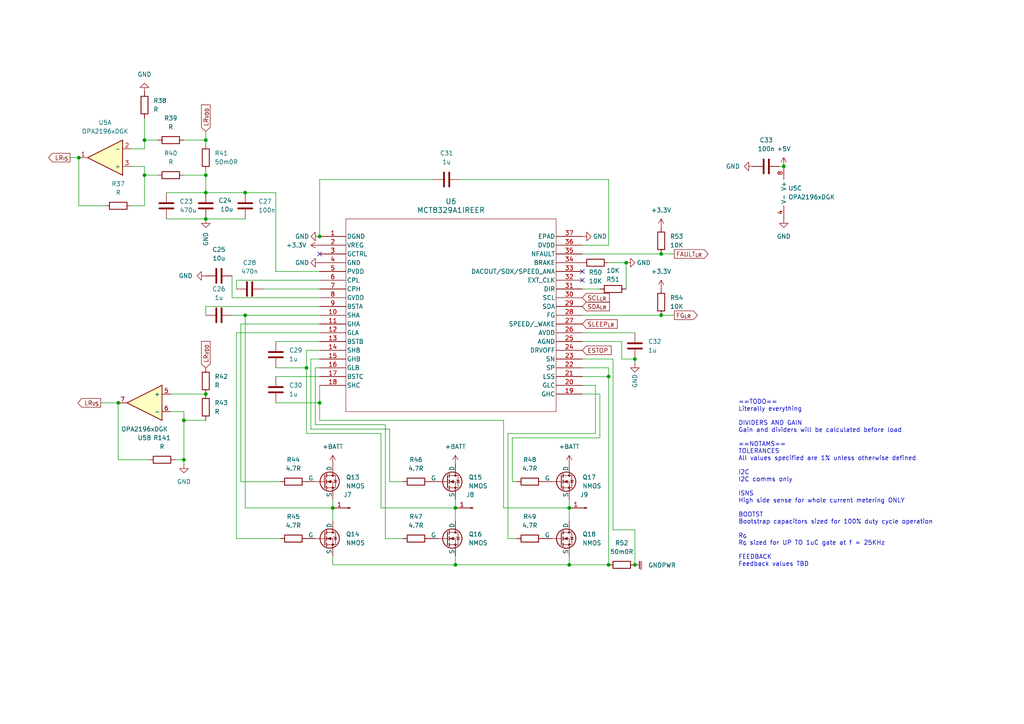
<source format=kicad_sch>
(kicad_sch
	(version 20231120)
	(generator "eeschema")
	(generator_version "8.0")
	(uuid "6e249f02-3822-4ef1-986d-9690db51e411")
	(paper "A4")
	(title_block
		(title "MQ Rover Controller")
		(date "2024-12-23")
		(rev "A")
		(company "Sierra Engineering Design")
		(comment 1 "Rev. A Initial release")
	)
	(lib_symbols
		(symbol "Amplifier_Operational:OPA2196xDGK"
			(exclude_from_sim no)
			(in_bom yes)
			(on_board yes)
			(property "Reference" "U"
				(at 0 5.08 0)
				(effects
					(font
						(size 1.27 1.27)
					)
					(justify left)
				)
			)
			(property "Value" "OPA2196xDGK"
				(at 0 -5.08 0)
				(effects
					(font
						(size 1.27 1.27)
					)
					(justify left)
				)
			)
			(property "Footprint" "Package_SO:VSSOP-8_3x3mm_P0.65mm"
				(at 0 0 0)
				(effects
					(font
						(size 1.27 1.27)
					)
					(hide yes)
				)
			)
			(property "Datasheet" "http://www.ti.com/lit/ds/symlink/opa4196.pdf"
				(at 0 0 0)
				(effects
					(font
						(size 1.27 1.27)
					)
					(hide yes)
				)
			)
			(property "Description" "Dual, Low-Power, Low Offset Voltage, Rail-to-Rail Operational Amplifier, VSSOP-8"
				(at 0 0 0)
				(effects
					(font
						(size 1.27 1.27)
					)
					(hide yes)
				)
			)
			(property "ki_locked" ""
				(at 0 0 0)
				(effects
					(font
						(size 1.27 1.27)
					)
				)
			)
			(property "ki_keywords" "dual opamp rtor"
				(at 0 0 0)
				(effects
					(font
						(size 1.27 1.27)
					)
					(hide yes)
				)
			)
			(property "ki_fp_filters" "VSSOP*3x3mm*P0.65mm*"
				(at 0 0 0)
				(effects
					(font
						(size 1.27 1.27)
					)
					(hide yes)
				)
			)
			(symbol "OPA2196xDGK_1_1"
				(polyline
					(pts
						(xy -5.08 5.08) (xy 5.08 0) (xy -5.08 -5.08) (xy -5.08 5.08)
					)
					(stroke
						(width 0.254)
						(type default)
					)
					(fill
						(type background)
					)
				)
				(pin output line
					(at 7.62 0 180)
					(length 2.54)
					(name "~"
						(effects
							(font
								(size 1.27 1.27)
							)
						)
					)
					(number "1"
						(effects
							(font
								(size 1.27 1.27)
							)
						)
					)
				)
				(pin input line
					(at -7.62 -2.54 0)
					(length 2.54)
					(name "-"
						(effects
							(font
								(size 1.27 1.27)
							)
						)
					)
					(number "2"
						(effects
							(font
								(size 1.27 1.27)
							)
						)
					)
				)
				(pin input line
					(at -7.62 2.54 0)
					(length 2.54)
					(name "+"
						(effects
							(font
								(size 1.27 1.27)
							)
						)
					)
					(number "3"
						(effects
							(font
								(size 1.27 1.27)
							)
						)
					)
				)
			)
			(symbol "OPA2196xDGK_2_1"
				(polyline
					(pts
						(xy -5.08 5.08) (xy 5.08 0) (xy -5.08 -5.08) (xy -5.08 5.08)
					)
					(stroke
						(width 0.254)
						(type default)
					)
					(fill
						(type background)
					)
				)
				(pin input line
					(at -7.62 2.54 0)
					(length 2.54)
					(name "+"
						(effects
							(font
								(size 1.27 1.27)
							)
						)
					)
					(number "5"
						(effects
							(font
								(size 1.27 1.27)
							)
						)
					)
				)
				(pin input line
					(at -7.62 -2.54 0)
					(length 2.54)
					(name "-"
						(effects
							(font
								(size 1.27 1.27)
							)
						)
					)
					(number "6"
						(effects
							(font
								(size 1.27 1.27)
							)
						)
					)
				)
				(pin output line
					(at 7.62 0 180)
					(length 2.54)
					(name "~"
						(effects
							(font
								(size 1.27 1.27)
							)
						)
					)
					(number "7"
						(effects
							(font
								(size 1.27 1.27)
							)
						)
					)
				)
			)
			(symbol "OPA2196xDGK_3_1"
				(pin power_in line
					(at -2.54 -7.62 90)
					(length 3.81)
					(name "V-"
						(effects
							(font
								(size 1.27 1.27)
							)
						)
					)
					(number "4"
						(effects
							(font
								(size 1.27 1.27)
							)
						)
					)
				)
				(pin power_in line
					(at -2.54 7.62 270)
					(length 3.81)
					(name "V+"
						(effects
							(font
								(size 1.27 1.27)
							)
						)
					)
					(number "8"
						(effects
							(font
								(size 1.27 1.27)
							)
						)
					)
				)
			)
		)
		(symbol "Connector:Conn_01x01_Pin"
			(pin_names
				(offset 1.016) hide)
			(exclude_from_sim no)
			(in_bom yes)
			(on_board yes)
			(property "Reference" "J"
				(at 0 2.54 0)
				(effects
					(font
						(size 1.27 1.27)
					)
				)
			)
			(property "Value" "Conn_01x01_Pin"
				(at 0 -2.54 0)
				(effects
					(font
						(size 1.27 1.27)
					)
				)
			)
			(property "Footprint" ""
				(at 0 0 0)
				(effects
					(font
						(size 1.27 1.27)
					)
					(hide yes)
				)
			)
			(property "Datasheet" "~"
				(at 0 0 0)
				(effects
					(font
						(size 1.27 1.27)
					)
					(hide yes)
				)
			)
			(property "Description" "Generic connector, single row, 01x01, script generated"
				(at 0 0 0)
				(effects
					(font
						(size 1.27 1.27)
					)
					(hide yes)
				)
			)
			(property "ki_locked" ""
				(at 0 0 0)
				(effects
					(font
						(size 1.27 1.27)
					)
				)
			)
			(property "ki_keywords" "connector"
				(at 0 0 0)
				(effects
					(font
						(size 1.27 1.27)
					)
					(hide yes)
				)
			)
			(property "ki_fp_filters" "Connector*:*_1x??_*"
				(at 0 0 0)
				(effects
					(font
						(size 1.27 1.27)
					)
					(hide yes)
				)
			)
			(symbol "Conn_01x01_Pin_1_1"
				(polyline
					(pts
						(xy 1.27 0) (xy 0.8636 0)
					)
					(stroke
						(width 0.1524)
						(type default)
					)
					(fill
						(type none)
					)
				)
				(rectangle
					(start 0.8636 0.127)
					(end 0 -0.127)
					(stroke
						(width 0.1524)
						(type default)
					)
					(fill
						(type outline)
					)
				)
				(pin passive line
					(at 5.08 0 180)
					(length 3.81)
					(name "Pin_1"
						(effects
							(font
								(size 1.27 1.27)
							)
						)
					)
					(number "1"
						(effects
							(font
								(size 1.27 1.27)
							)
						)
					)
				)
			)
		)
		(symbol "Device:C"
			(pin_numbers hide)
			(pin_names
				(offset 0.254)
			)
			(exclude_from_sim no)
			(in_bom yes)
			(on_board yes)
			(property "Reference" "C"
				(at 0.635 2.54 0)
				(effects
					(font
						(size 1.27 1.27)
					)
					(justify left)
				)
			)
			(property "Value" "C"
				(at 0.635 -2.54 0)
				(effects
					(font
						(size 1.27 1.27)
					)
					(justify left)
				)
			)
			(property "Footprint" ""
				(at 0.9652 -3.81 0)
				(effects
					(font
						(size 1.27 1.27)
					)
					(hide yes)
				)
			)
			(property "Datasheet" "~"
				(at 0 0 0)
				(effects
					(font
						(size 1.27 1.27)
					)
					(hide yes)
				)
			)
			(property "Description" "Unpolarized capacitor"
				(at 0 0 0)
				(effects
					(font
						(size 1.27 1.27)
					)
					(hide yes)
				)
			)
			(property "ki_keywords" "cap capacitor"
				(at 0 0 0)
				(effects
					(font
						(size 1.27 1.27)
					)
					(hide yes)
				)
			)
			(property "ki_fp_filters" "C_*"
				(at 0 0 0)
				(effects
					(font
						(size 1.27 1.27)
					)
					(hide yes)
				)
			)
			(symbol "C_0_1"
				(polyline
					(pts
						(xy -2.032 -0.762) (xy 2.032 -0.762)
					)
					(stroke
						(width 0.508)
						(type default)
					)
					(fill
						(type none)
					)
				)
				(polyline
					(pts
						(xy -2.032 0.762) (xy 2.032 0.762)
					)
					(stroke
						(width 0.508)
						(type default)
					)
					(fill
						(type none)
					)
				)
			)
			(symbol "C_1_1"
				(pin passive line
					(at 0 3.81 270)
					(length 2.794)
					(name "~"
						(effects
							(font
								(size 1.27 1.27)
							)
						)
					)
					(number "1"
						(effects
							(font
								(size 1.27 1.27)
							)
						)
					)
				)
				(pin passive line
					(at 0 -3.81 90)
					(length 2.794)
					(name "~"
						(effects
							(font
								(size 1.27 1.27)
							)
						)
					)
					(number "2"
						(effects
							(font
								(size 1.27 1.27)
							)
						)
					)
				)
			)
		)
		(symbol "Device:R"
			(pin_numbers hide)
			(pin_names
				(offset 0)
			)
			(exclude_from_sim no)
			(in_bom yes)
			(on_board yes)
			(property "Reference" "R"
				(at 2.032 0 90)
				(effects
					(font
						(size 1.27 1.27)
					)
				)
			)
			(property "Value" "R"
				(at 0 0 90)
				(effects
					(font
						(size 1.27 1.27)
					)
				)
			)
			(property "Footprint" ""
				(at -1.778 0 90)
				(effects
					(font
						(size 1.27 1.27)
					)
					(hide yes)
				)
			)
			(property "Datasheet" "~"
				(at 0 0 0)
				(effects
					(font
						(size 1.27 1.27)
					)
					(hide yes)
				)
			)
			(property "Description" "Resistor"
				(at 0 0 0)
				(effects
					(font
						(size 1.27 1.27)
					)
					(hide yes)
				)
			)
			(property "ki_keywords" "R res resistor"
				(at 0 0 0)
				(effects
					(font
						(size 1.27 1.27)
					)
					(hide yes)
				)
			)
			(property "ki_fp_filters" "R_*"
				(at 0 0 0)
				(effects
					(font
						(size 1.27 1.27)
					)
					(hide yes)
				)
			)
			(symbol "R_0_1"
				(rectangle
					(start -1.016 -2.54)
					(end 1.016 2.54)
					(stroke
						(width 0.254)
						(type default)
					)
					(fill
						(type none)
					)
				)
			)
			(symbol "R_1_1"
				(pin passive line
					(at 0 3.81 270)
					(length 1.27)
					(name "~"
						(effects
							(font
								(size 1.27 1.27)
							)
						)
					)
					(number "1"
						(effects
							(font
								(size 1.27 1.27)
							)
						)
					)
				)
				(pin passive line
					(at 0 -3.81 90)
					(length 1.27)
					(name "~"
						(effects
							(font
								(size 1.27 1.27)
							)
						)
					)
					(number "2"
						(effects
							(font
								(size 1.27 1.27)
							)
						)
					)
				)
			)
		)
		(symbol "MCT8329:MCT8329A1IREER"
			(pin_names
				(offset 0.254)
			)
			(exclude_from_sim no)
			(in_bom yes)
			(on_board yes)
			(property "Reference" "U"
				(at 38.1 10.16 0)
				(effects
					(font
						(size 1.524 1.524)
					)
				)
			)
			(property "Value" "MCT8329A1IREER"
				(at 38.1 7.62 0)
				(effects
					(font
						(size 1.524 1.524)
					)
				)
			)
			(property "Footprint" "WQFN36_REE_TEX"
				(at 0 0 0)
				(effects
					(font
						(size 1.27 1.27)
						(italic yes)
					)
					(hide yes)
				)
			)
			(property "Datasheet" "MCT8329A1IREER"
				(at 0 0 0)
				(effects
					(font
						(size 1.27 1.27)
						(italic yes)
					)
					(hide yes)
				)
			)
			(property "Description" ""
				(at 0 0 0)
				(effects
					(font
						(size 1.27 1.27)
					)
					(hide yes)
				)
			)
			(property "ki_locked" ""
				(at 0 0 0)
				(effects
					(font
						(size 1.27 1.27)
					)
				)
			)
			(property "ki_keywords" "MCT8329A1IREER"
				(at 0 0 0)
				(effects
					(font
						(size 1.27 1.27)
					)
					(hide yes)
				)
			)
			(property "ki_fp_filters" "WQFN36_REE_TEX WQFN36_REE_TEX-M WQFN36_REE_TEX-L"
				(at 0 0 0)
				(effects
					(font
						(size 1.27 1.27)
					)
					(hide yes)
				)
			)
			(symbol "MCT8329A1IREER_0_1"
				(polyline
					(pts
						(xy 7.62 -50.8) (xy 68.58 -50.8)
					)
					(stroke
						(width 0.127)
						(type default)
					)
					(fill
						(type none)
					)
				)
				(polyline
					(pts
						(xy 7.62 5.08) (xy 7.62 -50.8)
					)
					(stroke
						(width 0.127)
						(type default)
					)
					(fill
						(type none)
					)
				)
				(polyline
					(pts
						(xy 68.58 -50.8) (xy 68.58 5.08)
					)
					(stroke
						(width 0.127)
						(type default)
					)
					(fill
						(type none)
					)
				)
				(polyline
					(pts
						(xy 68.58 5.08) (xy 7.62 5.08)
					)
					(stroke
						(width 0.127)
						(type default)
					)
					(fill
						(type none)
					)
				)
				(pin power_out line
					(at 0 0 0)
					(length 7.62)
					(name "DGND"
						(effects
							(font
								(size 1.27 1.27)
							)
						)
					)
					(number "1"
						(effects
							(font
								(size 1.27 1.27)
							)
						)
					)
				)
				(pin bidirectional line
					(at 0 -22.86 0)
					(length 7.62)
					(name "SHA"
						(effects
							(font
								(size 1.27 1.27)
							)
						)
					)
					(number "10"
						(effects
							(font
								(size 1.27 1.27)
							)
						)
					)
				)
				(pin output line
					(at 0 -25.4 0)
					(length 7.62)
					(name "GHA"
						(effects
							(font
								(size 1.27 1.27)
							)
						)
					)
					(number "11"
						(effects
							(font
								(size 1.27 1.27)
							)
						)
					)
				)
				(pin output line
					(at 0 -27.94 0)
					(length 7.62)
					(name "GLA"
						(effects
							(font
								(size 1.27 1.27)
							)
						)
					)
					(number "12"
						(effects
							(font
								(size 1.27 1.27)
							)
						)
					)
				)
				(pin output line
					(at 0 -30.48 0)
					(length 7.62)
					(name "BSTB"
						(effects
							(font
								(size 1.27 1.27)
							)
						)
					)
					(number "13"
						(effects
							(font
								(size 1.27 1.27)
							)
						)
					)
				)
				(pin bidirectional line
					(at 0 -33.02 0)
					(length 7.62)
					(name "SHB"
						(effects
							(font
								(size 1.27 1.27)
							)
						)
					)
					(number "14"
						(effects
							(font
								(size 1.27 1.27)
							)
						)
					)
				)
				(pin output line
					(at 0 -35.56 0)
					(length 7.62)
					(name "GHB"
						(effects
							(font
								(size 1.27 1.27)
							)
						)
					)
					(number "15"
						(effects
							(font
								(size 1.27 1.27)
							)
						)
					)
				)
				(pin output line
					(at 0 -38.1 0)
					(length 7.62)
					(name "GLB"
						(effects
							(font
								(size 1.27 1.27)
							)
						)
					)
					(number "16"
						(effects
							(font
								(size 1.27 1.27)
							)
						)
					)
				)
				(pin output line
					(at 0 -40.64 0)
					(length 7.62)
					(name "BSTC"
						(effects
							(font
								(size 1.27 1.27)
							)
						)
					)
					(number "17"
						(effects
							(font
								(size 1.27 1.27)
							)
						)
					)
				)
				(pin bidirectional line
					(at 0 -43.18 0)
					(length 7.62)
					(name "SHC"
						(effects
							(font
								(size 1.27 1.27)
							)
						)
					)
					(number "18"
						(effects
							(font
								(size 1.27 1.27)
							)
						)
					)
				)
				(pin output line
					(at 76.2 -45.72 180)
					(length 7.62)
					(name "GHC"
						(effects
							(font
								(size 1.27 1.27)
							)
						)
					)
					(number "19"
						(effects
							(font
								(size 1.27 1.27)
							)
						)
					)
				)
				(pin power_in line
					(at 0 -2.54 0)
					(length 7.62)
					(name "VREG"
						(effects
							(font
								(size 1.27 1.27)
							)
						)
					)
					(number "2"
						(effects
							(font
								(size 1.27 1.27)
							)
						)
					)
				)
				(pin output line
					(at 76.2 -43.18 180)
					(length 7.62)
					(name "GLC"
						(effects
							(font
								(size 1.27 1.27)
							)
						)
					)
					(number "20"
						(effects
							(font
								(size 1.27 1.27)
							)
						)
					)
				)
				(pin power_in line
					(at 76.2 -40.64 180)
					(length 7.62)
					(name "LSS"
						(effects
							(font
								(size 1.27 1.27)
							)
						)
					)
					(number "21"
						(effects
							(font
								(size 1.27 1.27)
							)
						)
					)
				)
				(pin input line
					(at 76.2 -38.1 180)
					(length 7.62)
					(name "SP"
						(effects
							(font
								(size 1.27 1.27)
							)
						)
					)
					(number "22"
						(effects
							(font
								(size 1.27 1.27)
							)
						)
					)
				)
				(pin input line
					(at 76.2 -35.56 180)
					(length 7.62)
					(name "SN"
						(effects
							(font
								(size 1.27 1.27)
							)
						)
					)
					(number "23"
						(effects
							(font
								(size 1.27 1.27)
							)
						)
					)
				)
				(pin input line
					(at 76.2 -33.02 180)
					(length 7.62)
					(name "DRVOFF"
						(effects
							(font
								(size 1.27 1.27)
							)
						)
					)
					(number "24"
						(effects
							(font
								(size 1.27 1.27)
							)
						)
					)
				)
				(pin power_out line
					(at 76.2 -30.48 180)
					(length 7.62)
					(name "AGND"
						(effects
							(font
								(size 1.27 1.27)
							)
						)
					)
					(number "25"
						(effects
							(font
								(size 1.27 1.27)
							)
						)
					)
				)
				(pin power_in line
					(at 76.2 -27.94 180)
					(length 7.62)
					(name "AVDD"
						(effects
							(font
								(size 1.27 1.27)
							)
						)
					)
					(number "26"
						(effects
							(font
								(size 1.27 1.27)
							)
						)
					)
				)
				(pin input line
					(at 76.2 -25.4 180)
					(length 7.62)
					(name "SPEED/_WAKE"
						(effects
							(font
								(size 1.27 1.27)
							)
						)
					)
					(number "27"
						(effects
							(font
								(size 1.27 1.27)
							)
						)
					)
				)
				(pin output line
					(at 76.2 -22.86 180)
					(length 7.62)
					(name "FG"
						(effects
							(font
								(size 1.27 1.27)
							)
						)
					)
					(number "28"
						(effects
							(font
								(size 1.27 1.27)
							)
						)
					)
				)
				(pin bidirectional line
					(at 76.2 -20.32 180)
					(length 7.62)
					(name "SDA"
						(effects
							(font
								(size 1.27 1.27)
							)
						)
					)
					(number "29"
						(effects
							(font
								(size 1.27 1.27)
							)
						)
					)
				)
				(pin output line
					(at 0 -5.08 0)
					(length 7.62)
					(name "GCTRL"
						(effects
							(font
								(size 1.27 1.27)
							)
						)
					)
					(number "3"
						(effects
							(font
								(size 1.27 1.27)
							)
						)
					)
				)
				(pin input line
					(at 76.2 -17.78 180)
					(length 7.62)
					(name "SCL"
						(effects
							(font
								(size 1.27 1.27)
							)
						)
					)
					(number "30"
						(effects
							(font
								(size 1.27 1.27)
							)
						)
					)
				)
				(pin input line
					(at 76.2 -15.24 180)
					(length 7.62)
					(name "DIR"
						(effects
							(font
								(size 1.27 1.27)
							)
						)
					)
					(number "31"
						(effects
							(font
								(size 1.27 1.27)
							)
						)
					)
				)
				(pin input line
					(at 76.2 -12.7 180)
					(length 7.62)
					(name "EXT_CLK"
						(effects
							(font
								(size 1.27 1.27)
							)
						)
					)
					(number "32"
						(effects
							(font
								(size 1.27 1.27)
							)
						)
					)
				)
				(pin bidirectional line
					(at 76.2 -10.16 180)
					(length 7.62)
					(name "DACOUT/SOX/SPEED_ANA"
						(effects
							(font
								(size 1.27 1.27)
							)
						)
					)
					(number "33"
						(effects
							(font
								(size 1.27 1.27)
							)
						)
					)
				)
				(pin input line
					(at 76.2 -7.62 180)
					(length 7.62)
					(name "BRAKE"
						(effects
							(font
								(size 1.27 1.27)
							)
						)
					)
					(number "34"
						(effects
							(font
								(size 1.27 1.27)
							)
						)
					)
				)
				(pin output line
					(at 76.2 -5.08 180)
					(length 7.62)
					(name "NFAULT"
						(effects
							(font
								(size 1.27 1.27)
							)
						)
					)
					(number "35"
						(effects
							(font
								(size 1.27 1.27)
							)
						)
					)
				)
				(pin power_in line
					(at 76.2 -2.54 180)
					(length 7.62)
					(name "DVDD"
						(effects
							(font
								(size 1.27 1.27)
							)
						)
					)
					(number "36"
						(effects
							(font
								(size 1.27 1.27)
							)
						)
					)
				)
				(pin power_out line
					(at 76.2 0 180)
					(length 7.62)
					(name "EPAD"
						(effects
							(font
								(size 1.27 1.27)
							)
						)
					)
					(number "37"
						(effects
							(font
								(size 1.27 1.27)
							)
						)
					)
				)
				(pin power_out line
					(at 0 -7.62 0)
					(length 7.62)
					(name "GND"
						(effects
							(font
								(size 1.27 1.27)
							)
						)
					)
					(number "4"
						(effects
							(font
								(size 1.27 1.27)
							)
						)
					)
				)
				(pin power_in line
					(at 0 -10.16 0)
					(length 7.62)
					(name "PVDD"
						(effects
							(font
								(size 1.27 1.27)
							)
						)
					)
					(number "5"
						(effects
							(font
								(size 1.27 1.27)
							)
						)
					)
				)
				(pin power_in line
					(at 0 -12.7 0)
					(length 7.62)
					(name "CPL"
						(effects
							(font
								(size 1.27 1.27)
							)
						)
					)
					(number "6"
						(effects
							(font
								(size 1.27 1.27)
							)
						)
					)
				)
				(pin power_in line
					(at 0 -15.24 0)
					(length 7.62)
					(name "CPH"
						(effects
							(font
								(size 1.27 1.27)
							)
						)
					)
					(number "7"
						(effects
							(font
								(size 1.27 1.27)
							)
						)
					)
				)
				(pin power_in line
					(at 0 -17.78 0)
					(length 7.62)
					(name "GVDD"
						(effects
							(font
								(size 1.27 1.27)
							)
						)
					)
					(number "8"
						(effects
							(font
								(size 1.27 1.27)
							)
						)
					)
				)
				(pin output line
					(at 0 -20.32 0)
					(length 7.62)
					(name "BSTA"
						(effects
							(font
								(size 1.27 1.27)
							)
						)
					)
					(number "9"
						(effects
							(font
								(size 1.27 1.27)
							)
						)
					)
				)
			)
		)
		(symbol "Simulation_SPICE:NMOS"
			(pin_numbers hide)
			(pin_names
				(offset 0)
			)
			(exclude_from_sim no)
			(in_bom yes)
			(on_board yes)
			(property "Reference" "Q"
				(at 5.08 1.27 0)
				(effects
					(font
						(size 1.27 1.27)
					)
					(justify left)
				)
			)
			(property "Value" "NMOS"
				(at 5.08 -1.27 0)
				(effects
					(font
						(size 1.27 1.27)
					)
					(justify left)
				)
			)
			(property "Footprint" ""
				(at 5.08 2.54 0)
				(effects
					(font
						(size 1.27 1.27)
					)
					(hide yes)
				)
			)
			(property "Datasheet" "https://ngspice.sourceforge.io/docs/ngspice-html-manual/manual.xhtml#cha_MOSFETs"
				(at 0 -12.7 0)
				(effects
					(font
						(size 1.27 1.27)
					)
					(hide yes)
				)
			)
			(property "Description" "N-MOSFET transistor, drain/source/gate"
				(at 0 0 0)
				(effects
					(font
						(size 1.27 1.27)
					)
					(hide yes)
				)
			)
			(property "Sim.Device" "NMOS"
				(at 0 -17.145 0)
				(effects
					(font
						(size 1.27 1.27)
					)
					(hide yes)
				)
			)
			(property "Sim.Type" "VDMOS"
				(at 0 -19.05 0)
				(effects
					(font
						(size 1.27 1.27)
					)
					(hide yes)
				)
			)
			(property "Sim.Pins" "1=D 2=G 3=S"
				(at 0 -15.24 0)
				(effects
					(font
						(size 1.27 1.27)
					)
					(hide yes)
				)
			)
			(property "ki_keywords" "transistor NMOS N-MOS N-MOSFET simulation"
				(at 0 0 0)
				(effects
					(font
						(size 1.27 1.27)
					)
					(hide yes)
				)
			)
			(symbol "NMOS_0_1"
				(polyline
					(pts
						(xy 0.254 0) (xy -2.54 0)
					)
					(stroke
						(width 0)
						(type default)
					)
					(fill
						(type none)
					)
				)
				(polyline
					(pts
						(xy 0.254 1.905) (xy 0.254 -1.905)
					)
					(stroke
						(width 0.254)
						(type default)
					)
					(fill
						(type none)
					)
				)
				(polyline
					(pts
						(xy 0.762 -1.27) (xy 0.762 -2.286)
					)
					(stroke
						(width 0.254)
						(type default)
					)
					(fill
						(type none)
					)
				)
				(polyline
					(pts
						(xy 0.762 0.508) (xy 0.762 -0.508)
					)
					(stroke
						(width 0.254)
						(type default)
					)
					(fill
						(type none)
					)
				)
				(polyline
					(pts
						(xy 0.762 2.286) (xy 0.762 1.27)
					)
					(stroke
						(width 0.254)
						(type default)
					)
					(fill
						(type none)
					)
				)
				(polyline
					(pts
						(xy 2.54 2.54) (xy 2.54 1.778)
					)
					(stroke
						(width 0)
						(type default)
					)
					(fill
						(type none)
					)
				)
				(polyline
					(pts
						(xy 2.54 -2.54) (xy 2.54 0) (xy 0.762 0)
					)
					(stroke
						(width 0)
						(type default)
					)
					(fill
						(type none)
					)
				)
				(polyline
					(pts
						(xy 0.762 -1.778) (xy 3.302 -1.778) (xy 3.302 1.778) (xy 0.762 1.778)
					)
					(stroke
						(width 0)
						(type default)
					)
					(fill
						(type none)
					)
				)
				(polyline
					(pts
						(xy 1.016 0) (xy 2.032 0.381) (xy 2.032 -0.381) (xy 1.016 0)
					)
					(stroke
						(width 0)
						(type default)
					)
					(fill
						(type outline)
					)
				)
				(polyline
					(pts
						(xy 2.794 0.508) (xy 2.921 0.381) (xy 3.683 0.381) (xy 3.81 0.254)
					)
					(stroke
						(width 0)
						(type default)
					)
					(fill
						(type none)
					)
				)
				(polyline
					(pts
						(xy 3.302 0.381) (xy 2.921 -0.254) (xy 3.683 -0.254) (xy 3.302 0.381)
					)
					(stroke
						(width 0)
						(type default)
					)
					(fill
						(type none)
					)
				)
				(circle
					(center 1.651 0)
					(radius 2.794)
					(stroke
						(width 0.254)
						(type default)
					)
					(fill
						(type none)
					)
				)
				(circle
					(center 2.54 -1.778)
					(radius 0.254)
					(stroke
						(width 0)
						(type default)
					)
					(fill
						(type outline)
					)
				)
				(circle
					(center 2.54 1.778)
					(radius 0.254)
					(stroke
						(width 0)
						(type default)
					)
					(fill
						(type outline)
					)
				)
			)
			(symbol "NMOS_1_1"
				(pin passive line
					(at 2.54 5.08 270)
					(length 2.54)
					(name "D"
						(effects
							(font
								(size 1.27 1.27)
							)
						)
					)
					(number "1"
						(effects
							(font
								(size 1.27 1.27)
							)
						)
					)
				)
				(pin input line
					(at -5.08 0 0)
					(length 2.54)
					(name "G"
						(effects
							(font
								(size 1.27 1.27)
							)
						)
					)
					(number "2"
						(effects
							(font
								(size 1.27 1.27)
							)
						)
					)
				)
				(pin passive line
					(at 2.54 -5.08 90)
					(length 2.54)
					(name "S"
						(effects
							(font
								(size 1.27 1.27)
							)
						)
					)
					(number "3"
						(effects
							(font
								(size 1.27 1.27)
							)
						)
					)
				)
			)
		)
		(symbol "power:+3.3V"
			(power)
			(pin_numbers hide)
			(pin_names
				(offset 0) hide)
			(exclude_from_sim no)
			(in_bom yes)
			(on_board yes)
			(property "Reference" "#PWR"
				(at 0 -3.81 0)
				(effects
					(font
						(size 1.27 1.27)
					)
					(hide yes)
				)
			)
			(property "Value" "+3.3V"
				(at 0 3.556 0)
				(effects
					(font
						(size 1.27 1.27)
					)
				)
			)
			(property "Footprint" ""
				(at 0 0 0)
				(effects
					(font
						(size 1.27 1.27)
					)
					(hide yes)
				)
			)
			(property "Datasheet" ""
				(at 0 0 0)
				(effects
					(font
						(size 1.27 1.27)
					)
					(hide yes)
				)
			)
			(property "Description" "Power symbol creates a global label with name \"+3.3V\""
				(at 0 0 0)
				(effects
					(font
						(size 1.27 1.27)
					)
					(hide yes)
				)
			)
			(property "ki_keywords" "global power"
				(at 0 0 0)
				(effects
					(font
						(size 1.27 1.27)
					)
					(hide yes)
				)
			)
			(symbol "+3.3V_0_1"
				(polyline
					(pts
						(xy -0.762 1.27) (xy 0 2.54)
					)
					(stroke
						(width 0)
						(type default)
					)
					(fill
						(type none)
					)
				)
				(polyline
					(pts
						(xy 0 0) (xy 0 2.54)
					)
					(stroke
						(width 0)
						(type default)
					)
					(fill
						(type none)
					)
				)
				(polyline
					(pts
						(xy 0 2.54) (xy 0.762 1.27)
					)
					(stroke
						(width 0)
						(type default)
					)
					(fill
						(type none)
					)
				)
			)
			(symbol "+3.3V_1_1"
				(pin power_in line
					(at 0 0 90)
					(length 0)
					(name "~"
						(effects
							(font
								(size 1.27 1.27)
							)
						)
					)
					(number "1"
						(effects
							(font
								(size 1.27 1.27)
							)
						)
					)
				)
			)
		)
		(symbol "power:+5V"
			(power)
			(pin_numbers hide)
			(pin_names
				(offset 0) hide)
			(exclude_from_sim no)
			(in_bom yes)
			(on_board yes)
			(property "Reference" "#PWR"
				(at 0 -3.81 0)
				(effects
					(font
						(size 1.27 1.27)
					)
					(hide yes)
				)
			)
			(property "Value" "+5V"
				(at 0 3.556 0)
				(effects
					(font
						(size 1.27 1.27)
					)
				)
			)
			(property "Footprint" ""
				(at 0 0 0)
				(effects
					(font
						(size 1.27 1.27)
					)
					(hide yes)
				)
			)
			(property "Datasheet" ""
				(at 0 0 0)
				(effects
					(font
						(size 1.27 1.27)
					)
					(hide yes)
				)
			)
			(property "Description" "Power symbol creates a global label with name \"+5V\""
				(at 0 0 0)
				(effects
					(font
						(size 1.27 1.27)
					)
					(hide yes)
				)
			)
			(property "ki_keywords" "global power"
				(at 0 0 0)
				(effects
					(font
						(size 1.27 1.27)
					)
					(hide yes)
				)
			)
			(symbol "+5V_0_1"
				(polyline
					(pts
						(xy -0.762 1.27) (xy 0 2.54)
					)
					(stroke
						(width 0)
						(type default)
					)
					(fill
						(type none)
					)
				)
				(polyline
					(pts
						(xy 0 0) (xy 0 2.54)
					)
					(stroke
						(width 0)
						(type default)
					)
					(fill
						(type none)
					)
				)
				(polyline
					(pts
						(xy 0 2.54) (xy 0.762 1.27)
					)
					(stroke
						(width 0)
						(type default)
					)
					(fill
						(type none)
					)
				)
			)
			(symbol "+5V_1_1"
				(pin power_in line
					(at 0 0 90)
					(length 0)
					(name "~"
						(effects
							(font
								(size 1.27 1.27)
							)
						)
					)
					(number "1"
						(effects
							(font
								(size 1.27 1.27)
							)
						)
					)
				)
			)
		)
		(symbol "power:+BATT"
			(power)
			(pin_numbers hide)
			(pin_names
				(offset 0) hide)
			(exclude_from_sim no)
			(in_bom yes)
			(on_board yes)
			(property "Reference" "#PWR"
				(at 0 -3.81 0)
				(effects
					(font
						(size 1.27 1.27)
					)
					(hide yes)
				)
			)
			(property "Value" "+BATT"
				(at 0 3.556 0)
				(effects
					(font
						(size 1.27 1.27)
					)
				)
			)
			(property "Footprint" ""
				(at 0 0 0)
				(effects
					(font
						(size 1.27 1.27)
					)
					(hide yes)
				)
			)
			(property "Datasheet" ""
				(at 0 0 0)
				(effects
					(font
						(size 1.27 1.27)
					)
					(hide yes)
				)
			)
			(property "Description" "Power symbol creates a global label with name \"+BATT\""
				(at 0 0 0)
				(effects
					(font
						(size 1.27 1.27)
					)
					(hide yes)
				)
			)
			(property "ki_keywords" "global power battery"
				(at 0 0 0)
				(effects
					(font
						(size 1.27 1.27)
					)
					(hide yes)
				)
			)
			(symbol "+BATT_0_1"
				(polyline
					(pts
						(xy -0.762 1.27) (xy 0 2.54)
					)
					(stroke
						(width 0)
						(type default)
					)
					(fill
						(type none)
					)
				)
				(polyline
					(pts
						(xy 0 0) (xy 0 2.54)
					)
					(stroke
						(width 0)
						(type default)
					)
					(fill
						(type none)
					)
				)
				(polyline
					(pts
						(xy 0 2.54) (xy 0.762 1.27)
					)
					(stroke
						(width 0)
						(type default)
					)
					(fill
						(type none)
					)
				)
			)
			(symbol "+BATT_1_1"
				(pin power_in line
					(at 0 0 90)
					(length 0)
					(name "~"
						(effects
							(font
								(size 1.27 1.27)
							)
						)
					)
					(number "1"
						(effects
							(font
								(size 1.27 1.27)
							)
						)
					)
				)
			)
		)
		(symbol "power:GND"
			(power)
			(pin_numbers hide)
			(pin_names
				(offset 0) hide)
			(exclude_from_sim no)
			(in_bom yes)
			(on_board yes)
			(property "Reference" "#PWR"
				(at 0 -6.35 0)
				(effects
					(font
						(size 1.27 1.27)
					)
					(hide yes)
				)
			)
			(property "Value" "GND"
				(at 0 -3.81 0)
				(effects
					(font
						(size 1.27 1.27)
					)
				)
			)
			(property "Footprint" ""
				(at 0 0 0)
				(effects
					(font
						(size 1.27 1.27)
					)
					(hide yes)
				)
			)
			(property "Datasheet" ""
				(at 0 0 0)
				(effects
					(font
						(size 1.27 1.27)
					)
					(hide yes)
				)
			)
			(property "Description" "Power symbol creates a global label with name \"GND\" , ground"
				(at 0 0 0)
				(effects
					(font
						(size 1.27 1.27)
					)
					(hide yes)
				)
			)
			(property "ki_keywords" "global power"
				(at 0 0 0)
				(effects
					(font
						(size 1.27 1.27)
					)
					(hide yes)
				)
			)
			(symbol "GND_0_1"
				(polyline
					(pts
						(xy 0 0) (xy 0 -1.27) (xy 1.27 -1.27) (xy 0 -2.54) (xy -1.27 -1.27) (xy 0 -1.27)
					)
					(stroke
						(width 0)
						(type default)
					)
					(fill
						(type none)
					)
				)
			)
			(symbol "GND_1_1"
				(pin power_in line
					(at 0 0 270)
					(length 0)
					(name "~"
						(effects
							(font
								(size 1.27 1.27)
							)
						)
					)
					(number "1"
						(effects
							(font
								(size 1.27 1.27)
							)
						)
					)
				)
			)
		)
		(symbol "power:GNDPWR"
			(power)
			(pin_numbers hide)
			(pin_names
				(offset 0) hide)
			(exclude_from_sim no)
			(in_bom yes)
			(on_board yes)
			(property "Reference" "#PWR"
				(at 0 -5.08 0)
				(effects
					(font
						(size 1.27 1.27)
					)
					(hide yes)
				)
			)
			(property "Value" "GNDPWR"
				(at 0 -3.302 0)
				(effects
					(font
						(size 1.27 1.27)
					)
				)
			)
			(property "Footprint" ""
				(at 0 -1.27 0)
				(effects
					(font
						(size 1.27 1.27)
					)
					(hide yes)
				)
			)
			(property "Datasheet" ""
				(at 0 -1.27 0)
				(effects
					(font
						(size 1.27 1.27)
					)
					(hide yes)
				)
			)
			(property "Description" "Power symbol creates a global label with name \"GNDPWR\" , global ground"
				(at 0 0 0)
				(effects
					(font
						(size 1.27 1.27)
					)
					(hide yes)
				)
			)
			(property "ki_keywords" "global ground"
				(at 0 0 0)
				(effects
					(font
						(size 1.27 1.27)
					)
					(hide yes)
				)
			)
			(symbol "GNDPWR_0_1"
				(polyline
					(pts
						(xy 0 -1.27) (xy 0 0)
					)
					(stroke
						(width 0)
						(type default)
					)
					(fill
						(type none)
					)
				)
				(polyline
					(pts
						(xy -1.016 -1.27) (xy -1.27 -2.032) (xy -1.27 -2.032)
					)
					(stroke
						(width 0.2032)
						(type default)
					)
					(fill
						(type none)
					)
				)
				(polyline
					(pts
						(xy -0.508 -1.27) (xy -0.762 -2.032) (xy -0.762 -2.032)
					)
					(stroke
						(width 0.2032)
						(type default)
					)
					(fill
						(type none)
					)
				)
				(polyline
					(pts
						(xy 0 -1.27) (xy -0.254 -2.032) (xy -0.254 -2.032)
					)
					(stroke
						(width 0.2032)
						(type default)
					)
					(fill
						(type none)
					)
				)
				(polyline
					(pts
						(xy 0.508 -1.27) (xy 0.254 -2.032) (xy 0.254 -2.032)
					)
					(stroke
						(width 0.2032)
						(type default)
					)
					(fill
						(type none)
					)
				)
				(polyline
					(pts
						(xy 1.016 -1.27) (xy -1.016 -1.27) (xy -1.016 -1.27)
					)
					(stroke
						(width 0.2032)
						(type default)
					)
					(fill
						(type none)
					)
				)
				(polyline
					(pts
						(xy 1.016 -1.27) (xy 0.762 -2.032) (xy 0.762 -2.032) (xy 0.762 -2.032)
					)
					(stroke
						(width 0.2032)
						(type default)
					)
					(fill
						(type none)
					)
				)
			)
			(symbol "GNDPWR_1_1"
				(pin power_in line
					(at 0 0 270)
					(length 0)
					(name "~"
						(effects
							(font
								(size 1.27 1.27)
							)
						)
					)
					(number "1"
						(effects
							(font
								(size 1.27 1.27)
							)
						)
					)
				)
			)
		)
	)
	(junction
		(at 191.77 73.66)
		(diameter 0)
		(color 0 0 0 0)
		(uuid "000a2b03-42e0-48ea-a123-22152e4f2b21")
	)
	(junction
		(at 59.69 114.3)
		(diameter 0)
		(color 0 0 0 0)
		(uuid "024f08f5-9adb-49ab-853e-cb7d0423af58")
	)
	(junction
		(at 59.69 63.5)
		(diameter 0)
		(color 0 0 0 0)
		(uuid "081659ba-6068-4b45-ae02-eb5502b3b1af")
	)
	(junction
		(at 227.33 48.26)
		(diameter 0)
		(color 0 0 0 0)
		(uuid "45b8abb4-5458-45e0-ade6-b8c7365ce1af")
	)
	(junction
		(at 176.53 163.83)
		(diameter 0)
		(color 0 0 0 0)
		(uuid "48a02566-4e03-47ad-860f-4d23d9dead4d")
	)
	(junction
		(at 165.1 147.32)
		(diameter 0)
		(color 0 0 0 0)
		(uuid "4d812154-2f62-4af7-99bf-dead4f45202a")
	)
	(junction
		(at 59.69 40.64)
		(diameter 0)
		(color 0 0 0 0)
		(uuid "5d95b2a5-896f-4c35-b752-f3e152106921")
	)
	(junction
		(at 88.9 106.68)
		(diameter 0)
		(color 0 0 0 0)
		(uuid "635efbcc-435c-47f7-a500-9c1938d19b69")
	)
	(junction
		(at 59.69 50.8)
		(diameter 0)
		(color 0 0 0 0)
		(uuid "68eef8a8-3df0-4a79-bcc1-5acbd1a895f8")
	)
	(junction
		(at 71.12 91.44)
		(diameter 0)
		(color 0 0 0 0)
		(uuid "7b89e041-0c2f-4618-b719-3e9f2ecb7d2b")
	)
	(junction
		(at 165.1 163.83)
		(diameter 0)
		(color 0 0 0 0)
		(uuid "8118952a-49c0-49d6-88d9-4c81c24abb35")
	)
	(junction
		(at 22.86 45.72)
		(diameter 0)
		(color 0 0 0 0)
		(uuid "8143eb10-9811-4ac6-bc7e-a9bbf5c5ab91")
	)
	(junction
		(at 34.29 116.84)
		(diameter 0)
		(color 0 0 0 0)
		(uuid "84592ebc-b32f-4e54-82c3-12c3d68e1d1d")
	)
	(junction
		(at 92.71 116.84)
		(diameter 0)
		(color 0 0 0 0)
		(uuid "8ccdd1f8-b6b9-4511-889b-a4747bd6b57b")
	)
	(junction
		(at 92.71 68.58)
		(diameter 0)
		(color 0 0 0 0)
		(uuid "910c6400-9d98-472d-b8a7-3f65a88691ae")
	)
	(junction
		(at 41.91 50.8)
		(diameter 0)
		(color 0 0 0 0)
		(uuid "95cb66d1-e4f9-4e26-af00-1970733dc5a2")
	)
	(junction
		(at 71.12 55.88)
		(diameter 0)
		(color 0 0 0 0)
		(uuid "9ce39ac7-79e9-4605-8d68-1afe2798314a")
	)
	(junction
		(at 184.15 104.14)
		(diameter 0)
		(color 0 0 0 0)
		(uuid "a5b1071a-774a-40eb-bb42-c7b49eafeb25")
	)
	(junction
		(at 191.77 91.44)
		(diameter 0)
		(color 0 0 0 0)
		(uuid "aa36ed88-10fb-46b3-9d19-6556fc740790")
	)
	(junction
		(at 41.91 40.64)
		(diameter 0)
		(color 0 0 0 0)
		(uuid "bb2c1acc-f90f-4d03-b2d5-5244ea9a17d4")
	)
	(junction
		(at 176.53 109.22)
		(diameter 0)
		(color 0 0 0 0)
		(uuid "c196f2fa-4fdf-4d2e-ae8e-5fcebf5bec2f")
	)
	(junction
		(at 59.69 55.88)
		(diameter 0)
		(color 0 0 0 0)
		(uuid "c3151524-eb7c-46cb-a0bb-ad6fbbde7c46")
	)
	(junction
		(at 96.52 147.32)
		(diameter 0)
		(color 0 0 0 0)
		(uuid "c6b3d219-92a0-4b9d-bffa-1444023fa224")
	)
	(junction
		(at 184.15 163.83)
		(diameter 0)
		(color 0 0 0 0)
		(uuid "c7c0a9b9-e678-4d98-a489-753140c73406")
	)
	(junction
		(at 53.34 133.35)
		(diameter 0)
		(color 0 0 0 0)
		(uuid "de46fa34-d1fe-458e-8689-403575397009")
	)
	(junction
		(at 53.34 121.92)
		(diameter 0)
		(color 0 0 0 0)
		(uuid "eb3999ea-bb0c-4074-bcf8-ee85acc7adb4")
	)
	(junction
		(at 181.61 76.2)
		(diameter 0)
		(color 0 0 0 0)
		(uuid "f6d185f6-9252-45bd-8f66-a3c8f566ee0d")
	)
	(junction
		(at 132.08 147.32)
		(diameter 0)
		(color 0 0 0 0)
		(uuid "f79c9693-d49d-40be-bc00-840baca5d647")
	)
	(junction
		(at 132.08 163.83)
		(diameter 0)
		(color 0 0 0 0)
		(uuid "fe974d6d-5e95-42db-8eb0-17c0044220ba")
	)
	(no_connect
		(at 92.71 73.66)
		(uuid "23a5fec7-e899-4795-ba50-0ae86281bb97")
	)
	(no_connect
		(at 168.91 78.74)
		(uuid "ded73af8-2620-4170-9059-2627008f6cba")
	)
	(no_connect
		(at 168.91 81.28)
		(uuid "f792c34c-c406-4262-a645-55739e5a794e")
	)
	(wire
		(pts
			(xy 92.71 86.36) (xy 67.31 86.36)
		)
		(stroke
			(width 0)
			(type default)
		)
		(uuid "01002175-df72-4aae-98d7-651b4edfcfa4")
	)
	(wire
		(pts
			(xy 148.59 139.7) (xy 148.59 127)
		)
		(stroke
			(width 0)
			(type default)
		)
		(uuid "072c71d3-79f6-4df5-90d0-5338df2cb802")
	)
	(wire
		(pts
			(xy 111.76 123.19) (xy 111.76 156.21)
		)
		(stroke
			(width 0)
			(type default)
		)
		(uuid "08bb8c2a-fd22-4414-b507-b77aa64a402e")
	)
	(wire
		(pts
			(xy 41.91 59.69) (xy 41.91 50.8)
		)
		(stroke
			(width 0)
			(type default)
		)
		(uuid "0b4940ab-5acd-4424-aae1-b6d8f779d4ca")
	)
	(wire
		(pts
			(xy 59.69 63.5) (xy 71.12 63.5)
		)
		(stroke
			(width 0)
			(type default)
		)
		(uuid "0c503c9a-f174-411a-9e93-452a9f8af0a7")
	)
	(wire
		(pts
			(xy 195.58 73.66) (xy 191.77 73.66)
		)
		(stroke
			(width 0)
			(type default)
		)
		(uuid "0d7e5112-bc73-4d38-b266-2655cf2dcdd7")
	)
	(wire
		(pts
			(xy 92.71 106.68) (xy 91.44 106.68)
		)
		(stroke
			(width 0)
			(type default)
		)
		(uuid "0e759e52-247a-41b7-af26-e666adab7bdb")
	)
	(wire
		(pts
			(xy 67.31 86.36) (xy 67.31 80.01)
		)
		(stroke
			(width 0)
			(type default)
		)
		(uuid "10c449d8-5067-4e31-8456-92efc34526f8")
	)
	(wire
		(pts
			(xy 92.71 96.52) (xy 68.58 96.52)
		)
		(stroke
			(width 0)
			(type default)
		)
		(uuid "1284a80f-b259-4aa5-a251-67b73dc71b69")
	)
	(wire
		(pts
			(xy 41.91 48.26) (xy 41.91 50.8)
		)
		(stroke
			(width 0)
			(type default)
		)
		(uuid "12b7e727-6663-4912-abb0-59af7ed7af6c")
	)
	(wire
		(pts
			(xy 80.01 116.84) (xy 92.71 116.84)
		)
		(stroke
			(width 0)
			(type default)
		)
		(uuid "134dc3bf-c37e-419b-8606-b099a4536ac5")
	)
	(wire
		(pts
			(xy 41.91 43.18) (xy 41.91 40.64)
		)
		(stroke
			(width 0)
			(type default)
		)
		(uuid "13c1969d-7a55-4c57-9bf8-f70f3963522e")
	)
	(wire
		(pts
			(xy 125.73 52.07) (xy 92.71 52.07)
		)
		(stroke
			(width 0)
			(type default)
		)
		(uuid "17f4a717-f45f-4a47-a792-d3f60504c60d")
	)
	(wire
		(pts
			(xy 165.1 147.32) (xy 165.1 144.78)
		)
		(stroke
			(width 0)
			(type default)
		)
		(uuid "188ddb67-6f8e-4b69-ab75-ead39ccf6ea1")
	)
	(wire
		(pts
			(xy 92.71 52.07) (xy 92.71 68.58)
		)
		(stroke
			(width 0)
			(type default)
		)
		(uuid "1a619220-2346-4102-8724-8651b394af90")
	)
	(wire
		(pts
			(xy 132.08 147.32) (xy 132.08 151.13)
		)
		(stroke
			(width 0)
			(type default)
		)
		(uuid "1da3a862-1a54-404e-bbf8-969a3cc6d07a")
	)
	(wire
		(pts
			(xy 168.91 104.14) (xy 177.8 104.14)
		)
		(stroke
			(width 0)
			(type default)
		)
		(uuid "1ec4177a-4e2e-44a0-97aa-58491ce16976")
	)
	(wire
		(pts
			(xy 147.32 125.73) (xy 147.32 156.21)
		)
		(stroke
			(width 0)
			(type default)
		)
		(uuid "1f9b270f-42bf-4518-8b74-d386ac24f4ad")
	)
	(wire
		(pts
			(xy 68.58 96.52) (xy 68.58 156.21)
		)
		(stroke
			(width 0)
			(type default)
		)
		(uuid "20d9b2f0-e451-407e-b7b6-be5503cd230e")
	)
	(wire
		(pts
			(xy 38.1 59.69) (xy 41.91 59.69)
		)
		(stroke
			(width 0)
			(type default)
		)
		(uuid "21fc0b1c-dbb1-4070-af12-609a37be4ab9")
	)
	(wire
		(pts
			(xy 59.69 38.1) (xy 59.69 40.64)
		)
		(stroke
			(width 0)
			(type default)
		)
		(uuid "23936d2e-6b3c-41cb-a439-a505775c6466")
	)
	(wire
		(pts
			(xy 148.59 127) (xy 173.99 127)
		)
		(stroke
			(width 0)
			(type default)
		)
		(uuid "24085497-afd9-4005-bfd6-c2d22ce66170")
	)
	(wire
		(pts
			(xy 53.34 134.62) (xy 53.34 133.35)
		)
		(stroke
			(width 0)
			(type default)
		)
		(uuid "26f25827-7602-4397-ae74-ada92e8173f0")
	)
	(wire
		(pts
			(xy 92.71 78.74) (xy 80.01 78.74)
		)
		(stroke
			(width 0)
			(type default)
		)
		(uuid "27342eee-de7d-4771-be88-d4ed67826fbc")
	)
	(wire
		(pts
			(xy 132.08 147.32) (xy 132.08 144.78)
		)
		(stroke
			(width 0)
			(type default)
		)
		(uuid "27cc9061-0271-4317-9dc3-edf26cb90ee7")
	)
	(wire
		(pts
			(xy 38.1 43.18) (xy 41.91 43.18)
		)
		(stroke
			(width 0)
			(type default)
		)
		(uuid "2c65b3cf-28b2-4ba4-8dad-01bdd7dd5569")
	)
	(wire
		(pts
			(xy 176.53 106.68) (xy 176.53 109.22)
		)
		(stroke
			(width 0)
			(type default)
		)
		(uuid "30a9c857-a21c-40c7-94d9-28dd388fa49c")
	)
	(wire
		(pts
			(xy 45.72 40.64) (xy 41.91 40.64)
		)
		(stroke
			(width 0)
			(type default)
		)
		(uuid "32258087-8ff1-43bd-8f0a-bd820e57ad8c")
	)
	(wire
		(pts
			(xy 88.9 101.6) (xy 88.9 106.68)
		)
		(stroke
			(width 0)
			(type default)
		)
		(uuid "328e8657-038c-4d08-9e8d-13e4c7fc8e1b")
	)
	(wire
		(pts
			(xy 165.1 147.32) (xy 165.1 151.13)
		)
		(stroke
			(width 0)
			(type default)
		)
		(uuid "34cad4d0-95e0-4397-af93-09458948e3cf")
	)
	(wire
		(pts
			(xy 59.69 40.64) (xy 59.69 41.91)
		)
		(stroke
			(width 0)
			(type default)
		)
		(uuid "37513f0a-a141-4cd1-927a-d560e606bcad")
	)
	(wire
		(pts
			(xy 96.52 163.83) (xy 132.08 163.83)
		)
		(stroke
			(width 0)
			(type default)
		)
		(uuid "376c3f6d-739f-4bef-92c8-3dba57d55b69")
	)
	(wire
		(pts
			(xy 81.28 139.7) (xy 69.85 139.7)
		)
		(stroke
			(width 0)
			(type default)
		)
		(uuid "376cee5a-ce13-4b85-bbb4-420dc0c2f4ea")
	)
	(wire
		(pts
			(xy 30.48 59.69) (xy 22.86 59.69)
		)
		(stroke
			(width 0)
			(type default)
		)
		(uuid "37a6f2af-d5a1-45ad-a606-e364e1635bdb")
	)
	(wire
		(pts
			(xy 22.86 45.72) (xy 22.86 59.69)
		)
		(stroke
			(width 0)
			(type default)
		)
		(uuid "3a812f76-2354-47d3-88a3-c275957b7e23")
	)
	(wire
		(pts
			(xy 68.58 81.28) (xy 92.71 81.28)
		)
		(stroke
			(width 0)
			(type default)
		)
		(uuid "3ada0e24-c361-4bba-a800-66f0b49cc052")
	)
	(wire
		(pts
			(xy 184.15 163.83) (xy 184.15 153.67)
		)
		(stroke
			(width 0)
			(type default)
		)
		(uuid "3ae49475-394f-468b-9173-28a0f7845894")
	)
	(wire
		(pts
			(xy 176.53 109.22) (xy 176.53 163.83)
		)
		(stroke
			(width 0)
			(type default)
		)
		(uuid "3bd4cc9d-89bf-4ea2-8700-7e1a4d7dce75")
	)
	(wire
		(pts
			(xy 191.77 73.66) (xy 168.91 73.66)
		)
		(stroke
			(width 0)
			(type default)
		)
		(uuid "3d62547c-ba6a-438c-97b9-c1a0ac798142")
	)
	(wire
		(pts
			(xy 168.91 106.68) (xy 176.53 106.68)
		)
		(stroke
			(width 0)
			(type default)
		)
		(uuid "41bb9027-045e-4ad2-aa32-3f174d4f0a86")
	)
	(wire
		(pts
			(xy 43.18 133.35) (xy 34.29 133.35)
		)
		(stroke
			(width 0)
			(type default)
		)
		(uuid "433cb2de-3560-4933-91f0-8caf7af236a3")
	)
	(wire
		(pts
			(xy 68.58 83.82) (xy 68.58 81.28)
		)
		(stroke
			(width 0)
			(type default)
		)
		(uuid "45cc608e-4e70-403b-b59b-f42e70bae8c3")
	)
	(wire
		(pts
			(xy 132.08 163.83) (xy 132.08 161.29)
		)
		(stroke
			(width 0)
			(type default)
		)
		(uuid "46cfddbe-48a4-41cf-972c-1e2d3f749b31")
	)
	(wire
		(pts
			(xy 176.53 76.2) (xy 181.61 76.2)
		)
		(stroke
			(width 0)
			(type default)
		)
		(uuid "4f6307d7-3e98-4f6b-ba85-388514bc1fd1")
	)
	(wire
		(pts
			(xy 146.05 121.92) (xy 146.05 147.32)
		)
		(stroke
			(width 0)
			(type default)
		)
		(uuid "503eedde-d7d5-4ec7-94e9-e1819aba35c8")
	)
	(wire
		(pts
			(xy 53.34 50.8) (xy 59.69 50.8)
		)
		(stroke
			(width 0)
			(type default)
		)
		(uuid "52a63eef-da32-4286-9bda-c49fca198a52")
	)
	(wire
		(pts
			(xy 59.69 88.9) (xy 92.71 88.9)
		)
		(stroke
			(width 0)
			(type default)
		)
		(uuid "538b46ca-fdaa-42ae-af08-5247d97bda18")
	)
	(wire
		(pts
			(xy 53.34 121.92) (xy 59.69 121.92)
		)
		(stroke
			(width 0)
			(type default)
		)
		(uuid "54ceeeb5-3c3e-4fba-8be5-28fdeee75045")
	)
	(wire
		(pts
			(xy 59.69 49.53) (xy 59.69 50.8)
		)
		(stroke
			(width 0)
			(type default)
		)
		(uuid "5663f868-dda9-43ec-a3b7-e80c0d1a0444")
	)
	(wire
		(pts
			(xy 168.91 83.82) (xy 173.99 83.82)
		)
		(stroke
			(width 0)
			(type default)
		)
		(uuid "58ec1a06-5eef-4580-9e19-b81c27538e8a")
	)
	(wire
		(pts
			(xy 45.72 50.8) (xy 41.91 50.8)
		)
		(stroke
			(width 0)
			(type default)
		)
		(uuid "5af92847-b5b5-429a-b084-b67d390cb496")
	)
	(wire
		(pts
			(xy 165.1 163.83) (xy 132.08 163.83)
		)
		(stroke
			(width 0)
			(type default)
		)
		(uuid "6204bc44-b297-41f8-828d-d66c434f81f8")
	)
	(wire
		(pts
			(xy 41.91 34.29) (xy 41.91 40.64)
		)
		(stroke
			(width 0)
			(type default)
		)
		(uuid "66cdd3b9-5556-4934-a2c7-56a5353dcd29")
	)
	(wire
		(pts
			(xy 180.34 99.06) (xy 168.91 99.06)
		)
		(stroke
			(width 0)
			(type default)
		)
		(uuid "67b20ed2-8ad4-41be-8109-4579a91f48f3")
	)
	(wire
		(pts
			(xy 111.76 156.21) (xy 116.84 156.21)
		)
		(stroke
			(width 0)
			(type default)
		)
		(uuid "68ac6c09-2da1-4217-b4cf-e243a519d994")
	)
	(wire
		(pts
			(xy 176.53 71.12) (xy 176.53 52.07)
		)
		(stroke
			(width 0)
			(type default)
		)
		(uuid "6ab37775-0812-474e-ac57-9afad6f30a82")
	)
	(wire
		(pts
			(xy 53.34 40.64) (xy 59.69 40.64)
		)
		(stroke
			(width 0)
			(type default)
		)
		(uuid "6b6bcaf5-3c17-49ff-9e49-fb066386a6e7")
	)
	(wire
		(pts
			(xy 53.34 119.38) (xy 53.34 121.92)
		)
		(stroke
			(width 0)
			(type default)
		)
		(uuid "6baf016b-9648-4241-9aaa-f4b8e4745f8b")
	)
	(wire
		(pts
			(xy 146.05 147.32) (xy 165.1 147.32)
		)
		(stroke
			(width 0)
			(type default)
		)
		(uuid "6d2af3ff-5f50-4d79-908b-dd817030741a")
	)
	(wire
		(pts
			(xy 71.12 91.44) (xy 71.12 147.32)
		)
		(stroke
			(width 0)
			(type default)
		)
		(uuid "6ff753a0-027f-4689-bdbc-0a08250c9c56")
	)
	(wire
		(pts
			(xy 177.8 153.67) (xy 177.8 104.14)
		)
		(stroke
			(width 0)
			(type default)
		)
		(uuid "71dd069e-2c59-4635-8979-47bfa755b69a")
	)
	(wire
		(pts
			(xy 92.71 116.84) (xy 92.71 121.92)
		)
		(stroke
			(width 0)
			(type default)
		)
		(uuid "72937474-9d1a-4dd0-9547-bbe5714670e7")
	)
	(wire
		(pts
			(xy 172.72 125.73) (xy 147.32 125.73)
		)
		(stroke
			(width 0)
			(type default)
		)
		(uuid "7399b9d9-8052-4fe8-9491-9d5f341ec6f5")
	)
	(wire
		(pts
			(xy 180.34 104.14) (xy 180.34 99.06)
		)
		(stroke
			(width 0)
			(type default)
		)
		(uuid "77e03cd4-0745-4b64-97dd-812c60d23912")
	)
	(wire
		(pts
			(xy 113.03 139.7) (xy 116.84 139.7)
		)
		(stroke
			(width 0)
			(type default)
		)
		(uuid "78d238a0-7800-4439-9879-d1adbffd9034")
	)
	(wire
		(pts
			(xy 184.15 153.67) (xy 177.8 153.67)
		)
		(stroke
			(width 0)
			(type default)
		)
		(uuid "7959449b-199b-4701-a709-22517045e351")
	)
	(wire
		(pts
			(xy 147.32 156.21) (xy 149.86 156.21)
		)
		(stroke
			(width 0)
			(type default)
		)
		(uuid "798281a2-c8cf-441d-b6dc-f4b1cdafb9d3")
	)
	(wire
		(pts
			(xy 173.99 127) (xy 173.99 114.3)
		)
		(stroke
			(width 0)
			(type default)
		)
		(uuid "7ba5fcc6-eebf-4d19-b89e-383a3e5301a1")
	)
	(wire
		(pts
			(xy 49.53 119.38) (xy 53.34 119.38)
		)
		(stroke
			(width 0)
			(type default)
		)
		(uuid "7d7fd007-66bf-405d-97bc-a70f8af42fad")
	)
	(wire
		(pts
			(xy 96.52 147.32) (xy 96.52 144.78)
		)
		(stroke
			(width 0)
			(type default)
		)
		(uuid "7f15cb15-7795-4ee5-9193-b2ffb812a472")
	)
	(wire
		(pts
			(xy 110.49 147.32) (xy 132.08 147.32)
		)
		(stroke
			(width 0)
			(type default)
		)
		(uuid "80a37794-7b87-4d2d-b3fa-2850b741b5b1")
	)
	(wire
		(pts
			(xy 59.69 50.8) (xy 59.69 55.88)
		)
		(stroke
			(width 0)
			(type default)
		)
		(uuid "82e0dc6c-6215-4d88-b4b1-bb3e93bef11c")
	)
	(wire
		(pts
			(xy 71.12 147.32) (xy 96.52 147.32)
		)
		(stroke
			(width 0)
			(type default)
		)
		(uuid "83ca151a-e35b-4f15-93dd-cd7be1377876")
	)
	(wire
		(pts
			(xy 80.01 109.22) (xy 92.71 109.22)
		)
		(stroke
			(width 0)
			(type default)
		)
		(uuid "87b530bf-4712-494e-87a0-3b21915863fd")
	)
	(wire
		(pts
			(xy 168.91 91.44) (xy 191.77 91.44)
		)
		(stroke
			(width 0)
			(type default)
		)
		(uuid "88b7a1b2-2ab1-42ea-987d-3d37398f0c56")
	)
	(wire
		(pts
			(xy 96.52 147.32) (xy 96.52 151.13)
		)
		(stroke
			(width 0)
			(type default)
		)
		(uuid "89e2c84b-5ad8-4e5f-9954-be6747e75f96")
	)
	(wire
		(pts
			(xy 90.17 124.46) (xy 113.03 124.46)
		)
		(stroke
			(width 0)
			(type default)
		)
		(uuid "8adea5bc-0f9a-4187-b7ce-3fba7899791b")
	)
	(wire
		(pts
			(xy 181.61 76.2) (xy 181.61 83.82)
		)
		(stroke
			(width 0)
			(type default)
		)
		(uuid "8c7ad572-4a4f-42d2-9310-1c2cdc2a1801")
	)
	(wire
		(pts
			(xy 34.29 133.35) (xy 34.29 116.84)
		)
		(stroke
			(width 0)
			(type default)
		)
		(uuid "8fe93db3-1fb6-440c-b98e-9adad15f96c5")
	)
	(wire
		(pts
			(xy 110.49 125.73) (xy 110.49 147.32)
		)
		(stroke
			(width 0)
			(type default)
		)
		(uuid "915c38db-1c48-4af6-967c-2ab8723ad583")
	)
	(wire
		(pts
			(xy 92.71 111.76) (xy 92.71 116.84)
		)
		(stroke
			(width 0)
			(type default)
		)
		(uuid "947e08b9-7839-468b-a5dc-eba49bf3b338")
	)
	(wire
		(pts
			(xy 184.15 105.41) (xy 184.15 104.14)
		)
		(stroke
			(width 0)
			(type default)
		)
		(uuid "974a99e1-e68d-4320-a2a6-8ad944c1a194")
	)
	(wire
		(pts
			(xy 113.03 124.46) (xy 113.03 139.7)
		)
		(stroke
			(width 0)
			(type default)
		)
		(uuid "9751ec0c-e42f-4e9f-9eae-83c084e8acfb")
	)
	(wire
		(pts
			(xy 80.01 55.88) (xy 71.12 55.88)
		)
		(stroke
			(width 0)
			(type default)
		)
		(uuid "97678137-b7d3-41b1-9697-202bda0ec09d")
	)
	(wire
		(pts
			(xy 184.15 104.14) (xy 180.34 104.14)
		)
		(stroke
			(width 0)
			(type default)
		)
		(uuid "97e6ee11-fac5-4750-970b-4c69383661c5")
	)
	(wire
		(pts
			(xy 92.71 91.44) (xy 71.12 91.44)
		)
		(stroke
			(width 0)
			(type default)
		)
		(uuid "9cf7b2c9-72ae-423c-8240-18752860d3fc")
	)
	(wire
		(pts
			(xy 149.86 139.7) (xy 148.59 139.7)
		)
		(stroke
			(width 0)
			(type default)
		)
		(uuid "9d34bf3e-2c5f-4099-9068-ca5c8bad695a")
	)
	(wire
		(pts
			(xy 20.32 45.72) (xy 22.86 45.72)
		)
		(stroke
			(width 0)
			(type default)
		)
		(uuid "9ed79c4d-5f18-4f77-b061-e349927d9791")
	)
	(wire
		(pts
			(xy 59.69 55.88) (xy 71.12 55.88)
		)
		(stroke
			(width 0)
			(type default)
		)
		(uuid "9fcc01f6-2d61-45fb-b29d-09673661d0f0")
	)
	(wire
		(pts
			(xy 68.58 156.21) (xy 81.28 156.21)
		)
		(stroke
			(width 0)
			(type default)
		)
		(uuid "a0cfd081-c377-4375-87af-d1c9bdaf33f3")
	)
	(wire
		(pts
			(xy 172.72 111.76) (xy 172.72 125.73)
		)
		(stroke
			(width 0)
			(type default)
		)
		(uuid "a1b04303-b48b-4fd0-95cd-c1fc8f18f408")
	)
	(wire
		(pts
			(xy 92.71 121.92) (xy 146.05 121.92)
		)
		(stroke
			(width 0)
			(type default)
		)
		(uuid "a26c203a-f505-4751-8e95-424c1716833c")
	)
	(wire
		(pts
			(xy 76.2 83.82) (xy 92.71 83.82)
		)
		(stroke
			(width 0)
			(type default)
		)
		(uuid "a61a6559-3add-4223-a910-ed60c1a3e1d7")
	)
	(wire
		(pts
			(xy 176.53 52.07) (xy 133.35 52.07)
		)
		(stroke
			(width 0)
			(type default)
		)
		(uuid "ab6ba7cb-2e0a-4b93-906f-f9155ae330a7")
	)
	(wire
		(pts
			(xy 53.34 133.35) (xy 53.34 121.92)
		)
		(stroke
			(width 0)
			(type default)
		)
		(uuid "ac1a8632-7533-4225-8c44-f45611b42103")
	)
	(wire
		(pts
			(xy 96.52 161.29) (xy 96.52 163.83)
		)
		(stroke
			(width 0)
			(type default)
		)
		(uuid "ac465f03-85fc-4ae4-9841-0f35443f84ae")
	)
	(wire
		(pts
			(xy 168.91 111.76) (xy 172.72 111.76)
		)
		(stroke
			(width 0)
			(type default)
		)
		(uuid "ad3ca9a7-664f-4367-9ce0-722d125effd9")
	)
	(wire
		(pts
			(xy 168.91 96.52) (xy 184.15 96.52)
		)
		(stroke
			(width 0)
			(type default)
		)
		(uuid "afb7f323-8ac6-4ba9-8e0f-eff0ffc48999")
	)
	(wire
		(pts
			(xy 165.1 161.29) (xy 165.1 163.83)
		)
		(stroke
			(width 0)
			(type default)
		)
		(uuid "b4e2efe7-1a3b-4753-ad92-8578c04c7cdc")
	)
	(wire
		(pts
			(xy 176.53 163.83) (xy 165.1 163.83)
		)
		(stroke
			(width 0)
			(type default)
		)
		(uuid "b58f0205-d16e-403a-81f2-d32a44ad9b02")
	)
	(wire
		(pts
			(xy 92.71 104.14) (xy 90.17 104.14)
		)
		(stroke
			(width 0)
			(type default)
		)
		(uuid "b5904b3e-2100-49ea-8802-797a0893c621")
	)
	(wire
		(pts
			(xy 67.31 91.44) (xy 71.12 91.44)
		)
		(stroke
			(width 0)
			(type default)
		)
		(uuid "bfafc2eb-eb1b-41fa-b49b-85008c921248")
	)
	(wire
		(pts
			(xy 168.91 109.22) (xy 176.53 109.22)
		)
		(stroke
			(width 0)
			(type default)
		)
		(uuid "c801f5aa-a549-4cf6-b291-84a24917352a")
	)
	(wire
		(pts
			(xy 92.71 101.6) (xy 88.9 101.6)
		)
		(stroke
			(width 0)
			(type default)
		)
		(uuid "c9a99eae-d156-4911-9e2f-eb9f2b1aa030")
	)
	(wire
		(pts
			(xy 88.9 106.68) (xy 88.9 125.73)
		)
		(stroke
			(width 0)
			(type default)
		)
		(uuid "cc29469f-6e68-4ed2-9fd1-8f5430af079f")
	)
	(wire
		(pts
			(xy 88.9 125.73) (xy 110.49 125.73)
		)
		(stroke
			(width 0)
			(type default)
		)
		(uuid "cfe9eb03-df59-4931-b56f-2f9b9d422b5a")
	)
	(wire
		(pts
			(xy 80.01 106.68) (xy 88.9 106.68)
		)
		(stroke
			(width 0)
			(type default)
		)
		(uuid "d0048383-220d-4e2a-92aa-6125b0667754")
	)
	(wire
		(pts
			(xy 91.44 106.68) (xy 91.44 123.19)
		)
		(stroke
			(width 0)
			(type default)
		)
		(uuid "d477cd71-3fc5-4da2-919e-57373668d9bb")
	)
	(wire
		(pts
			(xy 38.1 48.26) (xy 41.91 48.26)
		)
		(stroke
			(width 0)
			(type default)
		)
		(uuid "d58bdb1e-6941-4a5c-a958-a3ed0557db67")
	)
	(wire
		(pts
			(xy 173.99 114.3) (xy 168.91 114.3)
		)
		(stroke
			(width 0)
			(type default)
		)
		(uuid "d66e0649-b7b3-4d72-b88c-91532a461ae1")
	)
	(wire
		(pts
			(xy 59.69 88.9) (xy 59.69 91.44)
		)
		(stroke
			(width 0)
			(type default)
		)
		(uuid "d7a86274-122c-4b60-a213-9d4054ecf16b")
	)
	(wire
		(pts
			(xy 69.85 139.7) (xy 69.85 93.98)
		)
		(stroke
			(width 0)
			(type default)
		)
		(uuid "d9e6f8cc-5cdb-4bbe-bc42-83547022d142")
	)
	(wire
		(pts
			(xy 48.26 55.88) (xy 59.69 55.88)
		)
		(stroke
			(width 0)
			(type default)
		)
		(uuid "e2e6fa9c-713c-4d86-b2e1-c23b00a9efe2")
	)
	(wire
		(pts
			(xy 91.44 123.19) (xy 111.76 123.19)
		)
		(stroke
			(width 0)
			(type default)
		)
		(uuid "e356d848-4277-450f-ab9c-3dc3833a35fe")
	)
	(wire
		(pts
			(xy 69.85 93.98) (xy 92.71 93.98)
		)
		(stroke
			(width 0)
			(type default)
		)
		(uuid "e51bbbd8-2892-420e-a333-7cb710cdebe8")
	)
	(wire
		(pts
			(xy 50.8 133.35) (xy 53.34 133.35)
		)
		(stroke
			(width 0)
			(type default)
		)
		(uuid "e572bec1-ebf1-4921-90f8-873e348e1308")
	)
	(wire
		(pts
			(xy 90.17 104.14) (xy 90.17 124.46)
		)
		(stroke
			(width 0)
			(type default)
		)
		(uuid "ebfa048b-fb43-4884-8c01-f5e0002b871e")
	)
	(wire
		(pts
			(xy 168.91 71.12) (xy 176.53 71.12)
		)
		(stroke
			(width 0)
			(type default)
		)
		(uuid "ece3ffe5-ef06-46ee-b478-07497052b186")
	)
	(wire
		(pts
			(xy 29.21 116.84) (xy 34.29 116.84)
		)
		(stroke
			(width 0)
			(type default)
		)
		(uuid "ed206d2d-c7c3-4185-b629-9469b60ac7e7")
	)
	(wire
		(pts
			(xy 80.01 78.74) (xy 80.01 55.88)
		)
		(stroke
			(width 0)
			(type default)
		)
		(uuid "f4b65bed-314c-42cb-ae64-dbe1ad29013f")
	)
	(wire
		(pts
			(xy 226.06 48.26) (xy 227.33 48.26)
		)
		(stroke
			(width 0)
			(type default)
		)
		(uuid "f68838b2-fa91-4a9b-8def-92a58dd294a4")
	)
	(wire
		(pts
			(xy 49.53 114.3) (xy 59.69 114.3)
		)
		(stroke
			(width 0)
			(type default)
		)
		(uuid "f881a9e5-a7d3-415f-ae92-11747061cd1a")
	)
	(wire
		(pts
			(xy 191.77 91.44) (xy 195.58 91.44)
		)
		(stroke
			(width 0)
			(type default)
		)
		(uuid "f8d609e7-851f-4e3f-9729-5e7eacfa6ba7")
	)
	(wire
		(pts
			(xy 80.01 99.06) (xy 92.71 99.06)
		)
		(stroke
			(width 0)
			(type default)
		)
		(uuid "fad0537d-fc54-4aa9-b00a-58fb609b4e45")
	)
	(wire
		(pts
			(xy 48.26 63.5) (xy 59.69 63.5)
		)
		(stroke
			(width 0)
			(type default)
		)
		(uuid "feabe50e-179a-4242-a956-c9520fc47888")
	)
	(text "==TODO==\nLiterally everything\n\nDIVIDERS AND GAIN\nGain and dividers will be calculated before load\n\n==NOTAMS==\nTOLERANCES\nAll values specified are 1% unless otherwise defined\n\nI2C\nI2C comms only\n\nISNS\nHigh side sense for whole current metering ONLY\n\nBOOTST\nBootstrap capacitors sized for 100% duty cycle operation\n\nR_{G}\nR_{G} sized for UP TO 1uC gate at f = 25KHz\n\nFEEDBACK\nFeedback values TBD\n\n"
		(exclude_from_sim no)
		(at 214.122 141.224 0)
		(effects
			(font
				(size 1.27 1.27)
			)
			(justify left)
		)
		(uuid "f59463b6-d52a-4291-b4a0-a8fc25cc517f")
	)
	(global_label "FAULT_{LR}"
		(shape output)
		(at 195.58 73.66 0)
		(fields_autoplaced yes)
		(effects
			(font
				(size 1.27 1.27)
			)
			(justify left)
		)
		(uuid "022e3d5d-2197-43fc-bd8c-7d20a9067cae")
		(property "Intersheetrefs" "${INTERSHEET_REFS}"
			(at 205.9579 73.66 0)
			(effects
				(font
					(size 1.27 1.27)
				)
				(justify left)
				(hide yes)
			)
		)
	)
	(global_label "SCL_{LR}"
		(shape input)
		(at 168.91 86.36 0)
		(fields_autoplaced yes)
		(effects
			(font
				(size 1.27 1.27)
			)
			(justify left)
		)
		(uuid "0ec312b5-0b90-4b1a-b0a5-785a39753afb")
		(property "Intersheetrefs" "${INTERSHEET_REFS}"
			(at 177.2921 86.36 0)
			(effects
				(font
					(size 1.27 1.27)
				)
				(justify left)
				(hide yes)
			)
		)
	)
	(global_label "LR_{VS}"
		(shape output)
		(at 29.21 116.84 180)
		(fields_autoplaced yes)
		(effects
			(font
				(size 1.27 1.27)
			)
			(justify right)
		)
		(uuid "112e10b6-9b27-4d8a-a187-c32b92153dad")
		(property "Intersheetrefs" "${INTERSHEET_REFS}"
			(at 22.0374 116.84 0)
			(effects
				(font
					(size 1.27 1.27)
				)
				(justify right)
				(hide yes)
			)
		)
	)
	(global_label "ESTOP"
		(shape input)
		(at 168.91 101.6 0)
		(fields_autoplaced yes)
		(effects
			(font
				(size 1.27 1.27)
			)
			(justify left)
		)
		(uuid "5bd16c5b-6bb6-412c-ad8d-22cfaa2efad8")
		(property "Intersheetrefs" "${INTERSHEET_REFS}"
			(at 177.8218 101.6 0)
			(effects
				(font
					(size 1.27 1.27)
				)
				(justify left)
				(hide yes)
			)
		)
	)
	(global_label "LR_{IS}"
		(shape output)
		(at 20.32 45.72 180)
		(fields_autoplaced yes)
		(effects
			(font
				(size 1.27 1.27)
			)
			(justify right)
		)
		(uuid "7870de0c-0b56-4c0b-b5ee-9923ea359839")
		(property "Intersheetrefs" "${INTERSHEET_REFS}"
			(at 13.5345 45.72 0)
			(effects
				(font
					(size 1.27 1.27)
				)
				(justify right)
				(hide yes)
			)
		)
	)
	(global_label "FG_{LR}"
		(shape output)
		(at 195.58 91.44 0)
		(fields_autoplaced yes)
		(effects
			(font
				(size 1.27 1.27)
			)
			(justify left)
		)
		(uuid "79f9a863-3612-4b8d-bc7f-23ccbf5c41fe")
		(property "Intersheetrefs" "${INTERSHEET_REFS}"
			(at 202.8131 91.44 0)
			(effects
				(font
					(size 1.27 1.27)
				)
				(justify left)
				(hide yes)
			)
		)
	)
	(global_label "SLEEP_{LR}"
		(shape input)
		(at 168.91 93.98 0)
		(fields_autoplaced yes)
		(effects
			(font
				(size 1.27 1.27)
			)
			(justify left)
		)
		(uuid "87a8ba6c-5db1-4c94-84b6-1775ab491226")
		(property "Intersheetrefs" "${INTERSHEET_REFS}"
			(at 179.5901 93.98 0)
			(effects
				(font
					(size 1.27 1.27)
				)
				(justify left)
				(hide yes)
			)
		)
	)
	(global_label "SDA_{LR}"
		(shape input)
		(at 168.91 88.9 0)
		(fields_autoplaced yes)
		(effects
			(font
				(size 1.27 1.27)
			)
			(justify left)
		)
		(uuid "b1435a94-79d0-410b-a9ef-69d98e2f95b5")
		(property "Intersheetrefs" "${INTERSHEET_REFS}"
			(at 177.3526 88.9 0)
			(effects
				(font
					(size 1.27 1.27)
				)
				(justify left)
				(hide yes)
			)
		)
	)
	(global_label "LR_{VDD}"
		(shape input)
		(at 59.69 106.68 90)
		(fields_autoplaced yes)
		(effects
			(font
				(size 1.27 1.27)
			)
			(justify left)
		)
		(uuid "e5f1f98c-3d72-400a-a8a6-d590c2c44551")
		(property "Intersheetrefs" "${INTERSHEET_REFS}"
			(at 59.69 98.443 90)
			(effects
				(font
					(size 1.27 1.27)
				)
				(justify left)
				(hide yes)
			)
		)
	)
	(global_label "LR_{VDD}"
		(shape input)
		(at 59.69 38.1 90)
		(fields_autoplaced yes)
		(effects
			(font
				(size 1.27 1.27)
			)
			(justify left)
		)
		(uuid "f0665023-de21-48fc-bf27-7bbe8e5b9019")
		(property "Intersheetrefs" "${INTERSHEET_REFS}"
			(at 59.69 29.863 90)
			(effects
				(font
					(size 1.27 1.27)
				)
				(justify left)
				(hide yes)
			)
		)
	)
	(symbol
		(lib_id "Device:R")
		(at 120.65 156.21 90)
		(unit 1)
		(exclude_from_sim no)
		(in_bom yes)
		(on_board yes)
		(dnp no)
		(fields_autoplaced yes)
		(uuid "0073f037-8ae6-45bf-9d27-ce1db07a1f7d")
		(property "Reference" "R47"
			(at 120.65 149.86 90)
			(effects
				(font
					(size 1.27 1.27)
				)
			)
		)
		(property "Value" "4.7R"
			(at 120.65 152.4 90)
			(effects
				(font
					(size 1.27 1.27)
				)
			)
		)
		(property "Footprint" "Resistor_SMD:R_1206_3216Metric"
			(at 120.65 157.988 90)
			(effects
				(font
					(size 1.27 1.27)
				)
				(hide yes)
			)
		)
		(property "Datasheet" "~"
			(at 120.65 156.21 0)
			(effects
				(font
					(size 1.27 1.27)
				)
				(hide yes)
			)
		)
		(property "Description" "Resistor"
			(at 120.65 156.21 0)
			(effects
				(font
					(size 1.27 1.27)
				)
				(hide yes)
			)
		)
		(pin "2"
			(uuid "f5ceb0fa-4af8-4512-9c82-88b325791dd1")
		)
		(pin "1"
			(uuid "3bbf9c8e-bb25-4a0e-882b-aecfc4707265")
		)
		(instances
			(project "mqmars"
				(path "/8894597e-8d75-4a50-a40b-c03d378d3f1b/580aff76-17bb-40c5-ab7f-fce324c91719"
					(reference "R47")
					(unit 1)
				)
			)
		)
	)
	(symbol
		(lib_id "Simulation_SPICE:NMOS")
		(at 93.98 156.21 0)
		(unit 1)
		(exclude_from_sim no)
		(in_bom yes)
		(on_board yes)
		(dnp no)
		(fields_autoplaced yes)
		(uuid "11d49c7f-a203-4e00-8389-16f2a5fcf793")
		(property "Reference" "Q14"
			(at 100.33 154.9399 0)
			(effects
				(font
					(size 1.27 1.27)
				)
				(justify left)
			)
		)
		(property "Value" "NMOS"
			(at 100.33 157.4799 0)
			(effects
				(font
					(size 1.27 1.27)
				)
				(justify left)
			)
		)
		(property "Footprint" ""
			(at 99.06 153.67 0)
			(effects
				(font
					(size 1.27 1.27)
				)
				(hide yes)
			)
		)
		(property "Datasheet" "https://ngspice.sourceforge.io/docs/ngspice-html-manual/manual.xhtml#cha_MOSFETs"
			(at 93.98 168.91 0)
			(effects
				(font
					(size 1.27 1.27)
				)
				(hide yes)
			)
		)
		(property "Description" "N-MOSFET transistor, drain/source/gate"
			(at 93.98 156.21 0)
			(effects
				(font
					(size 1.27 1.27)
				)
				(hide yes)
			)
		)
		(property "Sim.Device" "NMOS"
			(at 93.98 173.355 0)
			(effects
				(font
					(size 1.27 1.27)
				)
				(hide yes)
			)
		)
		(property "Sim.Type" "VDMOS"
			(at 93.98 175.26 0)
			(effects
				(font
					(size 1.27 1.27)
				)
				(hide yes)
			)
		)
		(property "Sim.Pins" "1=D 2=G 3=S"
			(at 93.98 171.45 0)
			(effects
				(font
					(size 1.27 1.27)
				)
				(hide yes)
			)
		)
		(pin "1"
			(uuid "de56b41e-908e-40a2-a389-ba424fea9e95")
		)
		(pin "2"
			(uuid "69bee862-0870-4486-8504-939f01f2b1a5")
		)
		(pin "3"
			(uuid "fc766aec-d793-4530-bf48-06dc2ba94afa")
		)
		(instances
			(project "mqmars"
				(path "/8894597e-8d75-4a50-a40b-c03d378d3f1b/580aff76-17bb-40c5-ab7f-fce324c91719"
					(reference "Q14")
					(unit 1)
				)
			)
		)
	)
	(symbol
		(lib_id "power:+3.3V")
		(at 191.77 66.04 0)
		(unit 1)
		(exclude_from_sim no)
		(in_bom yes)
		(on_board yes)
		(dnp no)
		(fields_autoplaced yes)
		(uuid "138c3b34-866e-465e-b30f-f8dd350f45ab")
		(property "Reference" "#PWR053"
			(at 191.77 69.85 0)
			(effects
				(font
					(size 1.27 1.27)
				)
				(hide yes)
			)
		)
		(property "Value" "+3.3V"
			(at 191.77 60.96 0)
			(effects
				(font
					(size 1.27 1.27)
				)
			)
		)
		(property "Footprint" ""
			(at 191.77 66.04 0)
			(effects
				(font
					(size 1.27 1.27)
				)
				(hide yes)
			)
		)
		(property "Datasheet" ""
			(at 191.77 66.04 0)
			(effects
				(font
					(size 1.27 1.27)
				)
				(hide yes)
			)
		)
		(property "Description" "Power symbol creates a global label with name \"+3.3V\""
			(at 191.77 66.04 0)
			(effects
				(font
					(size 1.27 1.27)
				)
				(hide yes)
			)
		)
		(pin "1"
			(uuid "97a0324c-7201-4035-95a7-a1533ca06277")
		)
		(instances
			(project "mqmars"
				(path "/8894597e-8d75-4a50-a40b-c03d378d3f1b/580aff76-17bb-40c5-ab7f-fce324c91719"
					(reference "#PWR053")
					(unit 1)
				)
			)
		)
	)
	(symbol
		(lib_id "Simulation_SPICE:NMOS")
		(at 93.98 139.7 0)
		(unit 1)
		(exclude_from_sim no)
		(in_bom yes)
		(on_board yes)
		(dnp no)
		(fields_autoplaced yes)
		(uuid "17b9dc56-51dd-4260-aaa0-e02b6449c83c")
		(property "Reference" "Q13"
			(at 100.33 138.4299 0)
			(effects
				(font
					(size 1.27 1.27)
				)
				(justify left)
			)
		)
		(property "Value" "NMOS"
			(at 100.33 140.9699 0)
			(effects
				(font
					(size 1.27 1.27)
				)
				(justify left)
			)
		)
		(property "Footprint" ""
			(at 99.06 137.16 0)
			(effects
				(font
					(size 1.27 1.27)
				)
				(hide yes)
			)
		)
		(property "Datasheet" "https://ngspice.sourceforge.io/docs/ngspice-html-manual/manual.xhtml#cha_MOSFETs"
			(at 93.98 152.4 0)
			(effects
				(font
					(size 1.27 1.27)
				)
				(hide yes)
			)
		)
		(property "Description" "N-MOSFET transistor, drain/source/gate"
			(at 93.98 139.7 0)
			(effects
				(font
					(size 1.27 1.27)
				)
				(hide yes)
			)
		)
		(property "Sim.Device" "NMOS"
			(at 93.98 156.845 0)
			(effects
				(font
					(size 1.27 1.27)
				)
				(hide yes)
			)
		)
		(property "Sim.Type" "VDMOS"
			(at 93.98 158.75 0)
			(effects
				(font
					(size 1.27 1.27)
				)
				(hide yes)
			)
		)
		(property "Sim.Pins" "1=D 2=G 3=S"
			(at 93.98 154.94 0)
			(effects
				(font
					(size 1.27 1.27)
				)
				(hide yes)
			)
		)
		(pin "1"
			(uuid "703a35d9-7e13-4f15-9c92-54d016bebed7")
		)
		(pin "2"
			(uuid "789ec9ea-3533-4ccb-8121-d41e378930dc")
		)
		(pin "3"
			(uuid "936f4917-bbe2-4917-b866-883c6e715ea2")
		)
		(instances
			(project "mqmars"
				(path "/8894597e-8d75-4a50-a40b-c03d378d3f1b/580aff76-17bb-40c5-ab7f-fce324c91719"
					(reference "Q13")
					(unit 1)
				)
			)
		)
	)
	(symbol
		(lib_id "Device:R")
		(at 49.53 50.8 270)
		(unit 1)
		(exclude_from_sim no)
		(in_bom yes)
		(on_board yes)
		(dnp no)
		(fields_autoplaced yes)
		(uuid "17e96a8d-f340-49e8-a09b-6bcd822bdb92")
		(property "Reference" "R40"
			(at 49.53 44.45 90)
			(effects
				(font
					(size 1.27 1.27)
				)
			)
		)
		(property "Value" "R"
			(at 49.53 46.99 90)
			(effects
				(font
					(size 1.27 1.27)
				)
			)
		)
		(property "Footprint" "Resistor_SMD:R_0603_1608Metric_Pad0.98x0.95mm_HandSolder"
			(at 49.53 49.022 90)
			(effects
				(font
					(size 1.27 1.27)
				)
				(hide yes)
			)
		)
		(property "Datasheet" "~"
			(at 49.53 50.8 0)
			(effects
				(font
					(size 1.27 1.27)
				)
				(hide yes)
			)
		)
		(property "Description" "Resistor"
			(at 49.53 50.8 0)
			(effects
				(font
					(size 1.27 1.27)
				)
				(hide yes)
			)
		)
		(pin "1"
			(uuid "3e60eec9-b24b-46c3-90a8-63adb48e5568")
		)
		(pin "2"
			(uuid "9e3a5f15-a371-42bb-83ba-d27e5b3a64fd")
		)
		(instances
			(project "mqmars"
				(path "/8894597e-8d75-4a50-a40b-c03d378d3f1b/580aff76-17bb-40c5-ab7f-fce324c91719"
					(reference "R40")
					(unit 1)
				)
			)
		)
	)
	(symbol
		(lib_id "Device:R")
		(at 59.69 110.49 0)
		(unit 1)
		(exclude_from_sim no)
		(in_bom yes)
		(on_board yes)
		(dnp no)
		(fields_autoplaced yes)
		(uuid "1d553231-9a56-463d-9c5a-3c4617d7a2f9")
		(property "Reference" "R42"
			(at 62.23 109.2199 0)
			(effects
				(font
					(size 1.27 1.27)
				)
				(justify left)
			)
		)
		(property "Value" "R"
			(at 62.23 111.7599 0)
			(effects
				(font
					(size 1.27 1.27)
				)
				(justify left)
			)
		)
		(property "Footprint" "Resistor_SMD:R_0603_1608Metric_Pad0.98x0.95mm_HandSolder"
			(at 57.912 110.49 90)
			(effects
				(font
					(size 1.27 1.27)
				)
				(hide yes)
			)
		)
		(property "Datasheet" "~"
			(at 59.69 110.49 0)
			(effects
				(font
					(size 1.27 1.27)
				)
				(hide yes)
			)
		)
		(property "Description" "Resistor"
			(at 59.69 110.49 0)
			(effects
				(font
					(size 1.27 1.27)
				)
				(hide yes)
			)
		)
		(pin "1"
			(uuid "80cd461e-eb7f-4ec8-9311-30c4d8429f54")
		)
		(pin "2"
			(uuid "f3f4b2e1-1b50-42ed-91dc-16866a4201fc")
		)
		(instances
			(project "mqmars"
				(path "/8894597e-8d75-4a50-a40b-c03d378d3f1b/580aff76-17bb-40c5-ab7f-fce324c91719"
					(reference "R42")
					(unit 1)
				)
			)
		)
	)
	(symbol
		(lib_id "power:GND")
		(at 53.34 134.62 0)
		(unit 1)
		(exclude_from_sim no)
		(in_bom yes)
		(on_board yes)
		(dnp no)
		(fields_autoplaced yes)
		(uuid "2575f606-9f26-489c-b63a-f80c17726da9")
		(property "Reference" "#PWR040"
			(at 53.34 140.97 0)
			(effects
				(font
					(size 1.27 1.27)
				)
				(hide yes)
			)
		)
		(property "Value" "GND"
			(at 53.34 139.7 0)
			(effects
				(font
					(size 1.27 1.27)
				)
			)
		)
		(property "Footprint" ""
			(at 53.34 134.62 0)
			(effects
				(font
					(size 1.27 1.27)
				)
				(hide yes)
			)
		)
		(property "Datasheet" ""
			(at 53.34 134.62 0)
			(effects
				(font
					(size 1.27 1.27)
				)
				(hide yes)
			)
		)
		(property "Description" "Power symbol creates a global label with name \"GND\" , ground"
			(at 53.34 134.62 0)
			(effects
				(font
					(size 1.27 1.27)
				)
				(hide yes)
			)
		)
		(pin "1"
			(uuid "bd861989-479b-4748-81ec-a4398bac961c")
		)
		(instances
			(project "mqmars"
				(path "/8894597e-8d75-4a50-a40b-c03d378d3f1b/580aff76-17bb-40c5-ab7f-fce324c91719"
					(reference "#PWR040")
					(unit 1)
				)
			)
		)
	)
	(symbol
		(lib_id "Device:R")
		(at 172.72 76.2 90)
		(unit 1)
		(exclude_from_sim no)
		(in_bom yes)
		(on_board yes)
		(dnp no)
		(uuid "280f2efe-7413-4e57-9697-610d3948aafa")
		(property "Reference" "R50"
			(at 172.72 78.994 90)
			(effects
				(font
					(size 1.27 1.27)
				)
			)
		)
		(property "Value" "10K"
			(at 172.72 81.534 90)
			(effects
				(font
					(size 1.27 1.27)
				)
			)
		)
		(property "Footprint" "Resistor_SMD:R_0603_1608Metric_Pad0.98x0.95mm_HandSolder"
			(at 172.72 77.978 90)
			(effects
				(font
					(size 1.27 1.27)
				)
				(hide yes)
			)
		)
		(property "Datasheet" "~"
			(at 172.72 76.2 0)
			(effects
				(font
					(size 1.27 1.27)
				)
				(hide yes)
			)
		)
		(property "Description" "Resistor"
			(at 172.72 76.2 0)
			(effects
				(font
					(size 1.27 1.27)
				)
				(hide yes)
			)
		)
		(pin "1"
			(uuid "568b0500-4a5a-4d8d-98d5-6be2b0ba936d")
		)
		(pin "2"
			(uuid "df96e8be-f8e7-464f-8745-3714cbd5adbd")
		)
		(instances
			(project "mqmars"
				(path "/8894597e-8d75-4a50-a40b-c03d378d3f1b/580aff76-17bb-40c5-ab7f-fce324c91719"
					(reference "R50")
					(unit 1)
				)
			)
		)
	)
	(symbol
		(lib_id "Connector:Conn_01x01_Pin")
		(at 170.18 147.32 180)
		(unit 1)
		(exclude_from_sim no)
		(in_bom yes)
		(on_board yes)
		(dnp no)
		(uuid "283774e1-4835-47f5-9ab5-4a8c37247a82")
		(property "Reference" "J9"
			(at 169.418 143.51 0)
			(effects
				(font
					(size 1.27 1.27)
				)
			)
		)
		(property "Value" "Conn_01x01_Pin"
			(at 169.545 144.78 0)
			(effects
				(font
					(size 1.27 1.27)
				)
				(hide yes)
			)
		)
		(property "Footprint" ""
			(at 170.18 147.32 0)
			(effects
				(font
					(size 1.27 1.27)
				)
				(hide yes)
			)
		)
		(property "Datasheet" "~"
			(at 170.18 147.32 0)
			(effects
				(font
					(size 1.27 1.27)
				)
				(hide yes)
			)
		)
		(property "Description" "Generic connector, single row, 01x01, script generated"
			(at 170.18 147.32 0)
			(effects
				(font
					(size 1.27 1.27)
				)
				(hide yes)
			)
		)
		(pin "1"
			(uuid "6885fc4c-1e36-4c5a-ba8a-a4b16c4df4bf")
		)
		(instances
			(project "mqmars"
				(path "/8894597e-8d75-4a50-a40b-c03d378d3f1b/580aff76-17bb-40c5-ab7f-fce324c91719"
					(reference "J9")
					(unit 1)
				)
			)
		)
	)
	(symbol
		(lib_id "power:+3.3V")
		(at 191.77 83.82 0)
		(unit 1)
		(exclude_from_sim no)
		(in_bom yes)
		(on_board yes)
		(dnp no)
		(fields_autoplaced yes)
		(uuid "2b8656cc-b2b8-4610-b594-e132484fcee6")
		(property "Reference" "#PWR054"
			(at 191.77 87.63 0)
			(effects
				(font
					(size 1.27 1.27)
				)
				(hide yes)
			)
		)
		(property "Value" "+3.3V"
			(at 191.77 78.74 0)
			(effects
				(font
					(size 1.27 1.27)
				)
			)
		)
		(property "Footprint" ""
			(at 191.77 83.82 0)
			(effects
				(font
					(size 1.27 1.27)
				)
				(hide yes)
			)
		)
		(property "Datasheet" ""
			(at 191.77 83.82 0)
			(effects
				(font
					(size 1.27 1.27)
				)
				(hide yes)
			)
		)
		(property "Description" "Power symbol creates a global label with name \"+3.3V\""
			(at 191.77 83.82 0)
			(effects
				(font
					(size 1.27 1.27)
				)
				(hide yes)
			)
		)
		(pin "1"
			(uuid "ee799409-f4be-49d5-baeb-d5f5cf84a9bb")
		)
		(instances
			(project "mqmars"
				(path "/8894597e-8d75-4a50-a40b-c03d378d3f1b/580aff76-17bb-40c5-ab7f-fce324c91719"
					(reference "#PWR054")
					(unit 1)
				)
			)
		)
	)
	(symbol
		(lib_id "Device:C")
		(at 63.5 91.44 270)
		(unit 1)
		(exclude_from_sim no)
		(in_bom yes)
		(on_board yes)
		(dnp no)
		(fields_autoplaced yes)
		(uuid "32aa53a5-586d-49aa-962d-b2ae06185a89")
		(property "Reference" "C26"
			(at 63.5 83.82 90)
			(effects
				(font
					(size 1.27 1.27)
				)
			)
		)
		(property "Value" "1u"
			(at 63.5 86.36 90)
			(effects
				(font
					(size 1.27 1.27)
				)
			)
		)
		(property "Footprint" "Capacitor_SMD:C_0603_1608Metric"
			(at 59.69 92.4052 0)
			(effects
				(font
					(size 1.27 1.27)
				)
				(hide yes)
			)
		)
		(property "Datasheet" "~"
			(at 63.5 91.44 0)
			(effects
				(font
					(size 1.27 1.27)
				)
				(hide yes)
			)
		)
		(property "Description" "Unpolarized capacitor"
			(at 63.5 91.44 0)
			(effects
				(font
					(size 1.27 1.27)
				)
				(hide yes)
			)
		)
		(pin "2"
			(uuid "1bd959f5-4c25-4676-b7f3-10875982db86")
		)
		(pin "1"
			(uuid "4bf65cca-0495-498a-87ed-d93dcf3c3714")
		)
		(instances
			(project "mqmars"
				(path "/8894597e-8d75-4a50-a40b-c03d378d3f1b/580aff76-17bb-40c5-ab7f-fce324c91719"
					(reference "C26")
					(unit 1)
				)
			)
		)
	)
	(symbol
		(lib_id "Device:C")
		(at 48.26 59.69 0)
		(unit 1)
		(exclude_from_sim no)
		(in_bom yes)
		(on_board yes)
		(dnp no)
		(fields_autoplaced yes)
		(uuid "35975e93-bf31-43d0-bb82-acc006a5ee5b")
		(property "Reference" "C23"
			(at 52.07 58.4199 0)
			(effects
				(font
					(size 1.27 1.27)
				)
				(justify left)
			)
		)
		(property "Value" "470u"
			(at 52.07 60.9599 0)
			(effects
				(font
					(size 1.27 1.27)
				)
				(justify left)
			)
		)
		(property "Footprint" "Capacitor_SMD:C_0603_1608Metric"
			(at 49.2252 63.5 0)
			(effects
				(font
					(size 1.27 1.27)
				)
				(hide yes)
			)
		)
		(property "Datasheet" "~"
			(at 48.26 59.69 0)
			(effects
				(font
					(size 1.27 1.27)
				)
				(hide yes)
			)
		)
		(property "Description" "Unpolarized capacitor"
			(at 48.26 59.69 0)
			(effects
				(font
					(size 1.27 1.27)
				)
				(hide yes)
			)
		)
		(pin "2"
			(uuid "c14c820c-451e-4637-af64-03909ddc73e4")
		)
		(pin "1"
			(uuid "4283cc70-51e1-4d38-a0ab-8cc6047e3077")
		)
		(instances
			(project "mqmars"
				(path "/8894597e-8d75-4a50-a40b-c03d378d3f1b/580aff76-17bb-40c5-ab7f-fce324c91719"
					(reference "C23")
					(unit 1)
				)
			)
		)
	)
	(symbol
		(lib_id "power:+BATT")
		(at 96.52 134.62 0)
		(unit 1)
		(exclude_from_sim no)
		(in_bom yes)
		(on_board yes)
		(dnp no)
		(fields_autoplaced yes)
		(uuid "36e38e08-eccb-4d2d-b914-d7c069787c3b")
		(property "Reference" "#PWR046"
			(at 96.52 138.43 0)
			(effects
				(font
					(size 1.27 1.27)
				)
				(hide yes)
			)
		)
		(property "Value" "+BATT"
			(at 96.52 129.54 0)
			(effects
				(font
					(size 1.27 1.27)
				)
			)
		)
		(property "Footprint" ""
			(at 96.52 134.62 0)
			(effects
				(font
					(size 1.27 1.27)
				)
				(hide yes)
			)
		)
		(property "Datasheet" ""
			(at 96.52 134.62 0)
			(effects
				(font
					(size 1.27 1.27)
				)
				(hide yes)
			)
		)
		(property "Description" "Power symbol creates a global label with name \"+BATT\""
			(at 96.52 134.62 0)
			(effects
				(font
					(size 1.27 1.27)
				)
				(hide yes)
			)
		)
		(pin "1"
			(uuid "b74e8620-872f-45a0-b12a-97e0f59f39c6")
		)
		(instances
			(project "mqmars"
				(path "/8894597e-8d75-4a50-a40b-c03d378d3f1b/580aff76-17bb-40c5-ab7f-fce324c91719"
					(reference "#PWR046")
					(unit 1)
				)
			)
		)
	)
	(symbol
		(lib_id "Device:R")
		(at 46.99 133.35 90)
		(unit 1)
		(exclude_from_sim no)
		(in_bom yes)
		(on_board yes)
		(dnp no)
		(fields_autoplaced yes)
		(uuid "37ce3f50-5bb1-4c51-a6ee-d5e47017127e")
		(property "Reference" "R141"
			(at 46.99 127 90)
			(effects
				(font
					(size 1.27 1.27)
				)
			)
		)
		(property "Value" "R"
			(at 46.99 129.54 90)
			(effects
				(font
					(size 1.27 1.27)
				)
			)
		)
		(property "Footprint" "Resistor_SMD:R_0603_1608Metric_Pad0.98x0.95mm_HandSolder"
			(at 46.99 135.128 90)
			(effects
				(font
					(size 1.27 1.27)
				)
				(hide yes)
			)
		)
		(property "Datasheet" "~"
			(at 46.99 133.35 0)
			(effects
				(font
					(size 1.27 1.27)
				)
				(hide yes)
			)
		)
		(property "Description" "Resistor"
			(at 46.99 133.35 0)
			(effects
				(font
					(size 1.27 1.27)
				)
				(hide yes)
			)
		)
		(pin "1"
			(uuid "53d88682-ac35-45da-90f6-c9fb99d90e0d")
		)
		(pin "2"
			(uuid "9bed6148-3fa6-4233-b685-aa2a530a5e06")
		)
		(instances
			(project "mqmars"
				(path "/8894597e-8d75-4a50-a40b-c03d378d3f1b/580aff76-17bb-40c5-ab7f-fce324c91719"
					(reference "R141")
					(unit 1)
				)
			)
		)
	)
	(symbol
		(lib_id "Device:R")
		(at 153.67 156.21 90)
		(unit 1)
		(exclude_from_sim no)
		(in_bom yes)
		(on_board yes)
		(dnp no)
		(fields_autoplaced yes)
		(uuid "419e483d-b135-4280-b9d7-0dede0bf45b2")
		(property "Reference" "R49"
			(at 153.67 149.86 90)
			(effects
				(font
					(size 1.27 1.27)
				)
			)
		)
		(property "Value" "4.7R"
			(at 153.67 152.4 90)
			(effects
				(font
					(size 1.27 1.27)
				)
			)
		)
		(property "Footprint" "Resistor_SMD:R_1206_3216Metric"
			(at 153.67 157.988 90)
			(effects
				(font
					(size 1.27 1.27)
				)
				(hide yes)
			)
		)
		(property "Datasheet" "~"
			(at 153.67 156.21 0)
			(effects
				(font
					(size 1.27 1.27)
				)
				(hide yes)
			)
		)
		(property "Description" "Resistor"
			(at 153.67 156.21 0)
			(effects
				(font
					(size 1.27 1.27)
				)
				(hide yes)
			)
		)
		(pin "2"
			(uuid "a30e2a0f-257c-4b6e-8db4-b4e52e196c0d")
		)
		(pin "1"
			(uuid "093306c8-c5b0-4d5d-be45-ba6adfc96d26")
		)
		(instances
			(project "mqmars"
				(path "/8894597e-8d75-4a50-a40b-c03d378d3f1b/580aff76-17bb-40c5-ab7f-fce324c91719"
					(reference "R49")
					(unit 1)
				)
			)
		)
	)
	(symbol
		(lib_id "Device:R")
		(at 41.91 30.48 180)
		(unit 1)
		(exclude_from_sim no)
		(in_bom yes)
		(on_board yes)
		(dnp no)
		(fields_autoplaced yes)
		(uuid "430d8257-6971-4414-907c-ef0ad7173506")
		(property "Reference" "R38"
			(at 44.45 29.2099 0)
			(effects
				(font
					(size 1.27 1.27)
				)
				(justify right)
			)
		)
		(property "Value" "R"
			(at 44.45 31.7499 0)
			(effects
				(font
					(size 1.27 1.27)
				)
				(justify right)
			)
		)
		(property "Footprint" "Resistor_SMD:R_0603_1608Metric_Pad0.98x0.95mm_HandSolder"
			(at 43.688 30.48 90)
			(effects
				(font
					(size 1.27 1.27)
				)
				(hide yes)
			)
		)
		(property "Datasheet" "~"
			(at 41.91 30.48 0)
			(effects
				(font
					(size 1.27 1.27)
				)
				(hide yes)
			)
		)
		(property "Description" "Resistor"
			(at 41.91 30.48 0)
			(effects
				(font
					(size 1.27 1.27)
				)
				(hide yes)
			)
		)
		(pin "1"
			(uuid "cc57203d-cd18-43a9-a73b-8fbb62802ecb")
		)
		(pin "2"
			(uuid "0e5f2996-d4b5-4a90-816e-abd364c51a99")
		)
		(instances
			(project "mqmars"
				(path "/8894597e-8d75-4a50-a40b-c03d378d3f1b/580aff76-17bb-40c5-ab7f-fce324c91719"
					(reference "R38")
					(unit 1)
				)
			)
		)
	)
	(symbol
		(lib_id "Device:C")
		(at 80.01 113.03 0)
		(unit 1)
		(exclude_from_sim no)
		(in_bom yes)
		(on_board yes)
		(dnp no)
		(fields_autoplaced yes)
		(uuid "46bd2115-3bac-4fdf-89af-b2d119d312d8")
		(property "Reference" "C30"
			(at 83.82 111.7599 0)
			(effects
				(font
					(size 1.27 1.27)
				)
				(justify left)
			)
		)
		(property "Value" "1u"
			(at 83.82 114.2999 0)
			(effects
				(font
					(size 1.27 1.27)
				)
				(justify left)
			)
		)
		(property "Footprint" "Capacitor_SMD:C_0603_1608Metric"
			(at 80.9752 116.84 0)
			(effects
				(font
					(size 1.27 1.27)
				)
				(hide yes)
			)
		)
		(property "Datasheet" "~"
			(at 80.01 113.03 0)
			(effects
				(font
					(size 1.27 1.27)
				)
				(hide yes)
			)
		)
		(property "Description" "Unpolarized capacitor"
			(at 80.01 113.03 0)
			(effects
				(font
					(size 1.27 1.27)
				)
				(hide yes)
			)
		)
		(pin "2"
			(uuid "8ae2fe60-33be-4b98-bc4f-fa684448711c")
		)
		(pin "1"
			(uuid "a502bea1-3ebf-4765-8d42-b4acbf76e313")
		)
		(instances
			(project "mqmars"
				(path "/8894597e-8d75-4a50-a40b-c03d378d3f1b/580aff76-17bb-40c5-ab7f-fce324c91719"
					(reference "C30")
					(unit 1)
				)
			)
		)
	)
	(symbol
		(lib_id "Device:R")
		(at 49.53 40.64 90)
		(unit 1)
		(exclude_from_sim no)
		(in_bom yes)
		(on_board yes)
		(dnp no)
		(fields_autoplaced yes)
		(uuid "4723d419-5c57-4df9-aec7-92cc0b22635c")
		(property "Reference" "R39"
			(at 49.53 34.29 90)
			(effects
				(font
					(size 1.27 1.27)
				)
			)
		)
		(property "Value" "R"
			(at 49.53 36.83 90)
			(effects
				(font
					(size 1.27 1.27)
				)
			)
		)
		(property "Footprint" "Resistor_SMD:R_0603_1608Metric_Pad0.98x0.95mm_HandSolder"
			(at 49.53 42.418 90)
			(effects
				(font
					(size 1.27 1.27)
				)
				(hide yes)
			)
		)
		(property "Datasheet" "~"
			(at 49.53 40.64 0)
			(effects
				(font
					(size 1.27 1.27)
				)
				(hide yes)
			)
		)
		(property "Description" "Resistor"
			(at 49.53 40.64 0)
			(effects
				(font
					(size 1.27 1.27)
				)
				(hide yes)
			)
		)
		(pin "1"
			(uuid "cbcab812-443b-4efb-bcf7-85b040f2b5e8")
		)
		(pin "2"
			(uuid "11b9df6d-85a0-4c1f-b599-23e1d79c929c")
		)
		(instances
			(project "mqmars"
				(path "/8894597e-8d75-4a50-a40b-c03d378d3f1b/580aff76-17bb-40c5-ab7f-fce324c91719"
					(reference "R39")
					(unit 1)
				)
			)
		)
	)
	(symbol
		(lib_id "Amplifier_Operational:OPA2196xDGK")
		(at 229.87 55.88 0)
		(unit 3)
		(exclude_from_sim no)
		(in_bom yes)
		(on_board yes)
		(dnp no)
		(fields_autoplaced yes)
		(uuid "4b513aab-a64d-4fa1-bce3-95f3a1366688")
		(property "Reference" "U5"
			(at 228.6 54.6099 0)
			(effects
				(font
					(size 1.27 1.27)
				)
				(justify left)
			)
		)
		(property "Value" "OPA2196xDGK"
			(at 228.6 57.1499 0)
			(effects
				(font
					(size 1.27 1.27)
				)
				(justify left)
			)
		)
		(property "Footprint" "Package_SO:VSSOP-8_3x3mm_P0.65mm"
			(at 229.87 55.88 0)
			(effects
				(font
					(size 1.27 1.27)
				)
				(hide yes)
			)
		)
		(property "Datasheet" "http://www.ti.com/lit/ds/symlink/opa4196.pdf"
			(at 229.87 55.88 0)
			(effects
				(font
					(size 1.27 1.27)
				)
				(hide yes)
			)
		)
		(property "Description" "Dual, Low-Power, Low Offset Voltage, Rail-to-Rail Operational Amplifier, VSSOP-8"
			(at 229.87 55.88 0)
			(effects
				(font
					(size 1.27 1.27)
				)
				(hide yes)
			)
		)
		(pin "1"
			(uuid "dba56f88-4bac-4ee7-9401-309691a2d4dc")
		)
		(pin "2"
			(uuid "be3733c6-c0a5-49d6-ab27-ff7d8f052071")
		)
		(pin "5"
			(uuid "25c6e69c-e3a3-4e30-a5ef-acb534a81220")
		)
		(pin "3"
			(uuid "6cbe5173-6282-4b0b-9990-0d7c055609c6")
		)
		(pin "6"
			(uuid "bedefd90-7e2d-402d-afe5-29dcba035bd1")
		)
		(pin "8"
			(uuid "eb04bdfc-6ede-4652-8025-59ed570b2ea8")
		)
		(pin "7"
			(uuid "3c7675cb-69cd-4b5e-b121-1f747d8dd710")
		)
		(pin "4"
			(uuid "fa098b36-5fcc-4552-b5f2-d7fc6bede42b")
		)
		(instances
			(project "mqmars"
				(path "/8894597e-8d75-4a50-a40b-c03d378d3f1b/580aff76-17bb-40c5-ab7f-fce324c91719"
					(reference "U5")
					(unit 3)
				)
			)
		)
	)
	(symbol
		(lib_id "Device:C")
		(at 72.39 83.82 90)
		(unit 1)
		(exclude_from_sim no)
		(in_bom yes)
		(on_board yes)
		(dnp no)
		(fields_autoplaced yes)
		(uuid "52589978-577e-44d3-923f-8b4d417aad0c")
		(property "Reference" "C28"
			(at 72.39 76.2 90)
			(effects
				(font
					(size 1.27 1.27)
				)
			)
		)
		(property "Value" "470n"
			(at 72.39 78.74 90)
			(effects
				(font
					(size 1.27 1.27)
				)
			)
		)
		(property "Footprint" "Capacitor_SMD:C_0603_1608Metric"
			(at 76.2 82.8548 0)
			(effects
				(font
					(size 1.27 1.27)
				)
				(hide yes)
			)
		)
		(property "Datasheet" "~"
			(at 72.39 83.82 0)
			(effects
				(font
					(size 1.27 1.27)
				)
				(hide yes)
			)
		)
		(property "Description" "Unpolarized capacitor"
			(at 72.39 83.82 0)
			(effects
				(font
					(size 1.27 1.27)
				)
				(hide yes)
			)
		)
		(pin "2"
			(uuid "8ca15529-d1cb-471b-9e4f-2f419352df70")
		)
		(pin "1"
			(uuid "67238c4f-e122-449f-ab7d-3a901bb53b0c")
		)
		(instances
			(project "mqmars"
				(path "/8894597e-8d75-4a50-a40b-c03d378d3f1b/580aff76-17bb-40c5-ab7f-fce324c91719"
					(reference "C28")
					(unit 1)
				)
			)
		)
	)
	(symbol
		(lib_id "Device:R")
		(at 34.29 59.69 270)
		(unit 1)
		(exclude_from_sim no)
		(in_bom yes)
		(on_board yes)
		(dnp no)
		(fields_autoplaced yes)
		(uuid "53141910-09c8-430c-876b-1b787728e33b")
		(property "Reference" "R37"
			(at 34.29 53.34 90)
			(effects
				(font
					(size 1.27 1.27)
				)
			)
		)
		(property "Value" "R"
			(at 34.29 55.88 90)
			(effects
				(font
					(size 1.27 1.27)
				)
			)
		)
		(property "Footprint" "Resistor_SMD:R_0603_1608Metric_Pad0.98x0.95mm_HandSolder"
			(at 34.29 57.912 90)
			(effects
				(font
					(size 1.27 1.27)
				)
				(hide yes)
			)
		)
		(property "Datasheet" "~"
			(at 34.29 59.69 0)
			(effects
				(font
					(size 1.27 1.27)
				)
				(hide yes)
			)
		)
		(property "Description" "Resistor"
			(at 34.29 59.69 0)
			(effects
				(font
					(size 1.27 1.27)
				)
				(hide yes)
			)
		)
		(pin "1"
			(uuid "439b88d5-554a-4003-b92d-359f2d3164c3")
		)
		(pin "2"
			(uuid "49c8ccca-4524-4d13-a29b-24980b02a63a")
		)
		(instances
			(project "mqmars"
				(path "/8894597e-8d75-4a50-a40b-c03d378d3f1b/580aff76-17bb-40c5-ab7f-fce324c91719"
					(reference "R37")
					(unit 1)
				)
			)
		)
	)
	(symbol
		(lib_id "power:GND")
		(at 59.69 80.01 270)
		(unit 1)
		(exclude_from_sim no)
		(in_bom yes)
		(on_board yes)
		(dnp no)
		(fields_autoplaced yes)
		(uuid "5325f09c-2632-4c43-9682-25d6c444b645")
		(property "Reference" "#PWR042"
			(at 53.34 80.01 0)
			(effects
				(font
					(size 1.27 1.27)
				)
				(hide yes)
			)
		)
		(property "Value" "GND"
			(at 55.88 80.0099 90)
			(effects
				(font
					(size 1.27 1.27)
				)
				(justify right)
			)
		)
		(property "Footprint" ""
			(at 59.69 80.01 0)
			(effects
				(font
					(size 1.27 1.27)
				)
				(hide yes)
			)
		)
		(property "Datasheet" ""
			(at 59.69 80.01 0)
			(effects
				(font
					(size 1.27 1.27)
				)
				(hide yes)
			)
		)
		(property "Description" "Power symbol creates a global label with name \"GND\" , ground"
			(at 59.69 80.01 0)
			(effects
				(font
					(size 1.27 1.27)
				)
				(hide yes)
			)
		)
		(pin "1"
			(uuid "8ace9e4c-e245-4933-a08e-5c8bc46c22bb")
		)
		(instances
			(project "mqmars"
				(path "/8894597e-8d75-4a50-a40b-c03d378d3f1b/580aff76-17bb-40c5-ab7f-fce324c91719"
					(reference "#PWR042")
					(unit 1)
				)
			)
		)
	)
	(symbol
		(lib_id "Simulation_SPICE:NMOS")
		(at 129.54 156.21 0)
		(unit 1)
		(exclude_from_sim no)
		(in_bom yes)
		(on_board yes)
		(dnp no)
		(fields_autoplaced yes)
		(uuid "603e92e2-1c0a-4b9e-8a91-e595685851b9")
		(property "Reference" "Q16"
			(at 135.89 154.9399 0)
			(effects
				(font
					(size 1.27 1.27)
				)
				(justify left)
			)
		)
		(property "Value" "NMOS"
			(at 135.89 157.4799 0)
			(effects
				(font
					(size 1.27 1.27)
				)
				(justify left)
			)
		)
		(property "Footprint" ""
			(at 134.62 153.67 0)
			(effects
				(font
					(size 1.27 1.27)
				)
				(hide yes)
			)
		)
		(property "Datasheet" "https://ngspice.sourceforge.io/docs/ngspice-html-manual/manual.xhtml#cha_MOSFETs"
			(at 129.54 168.91 0)
			(effects
				(font
					(size 1.27 1.27)
				)
				(hide yes)
			)
		)
		(property "Description" "N-MOSFET transistor, drain/source/gate"
			(at 129.54 156.21 0)
			(effects
				(font
					(size 1.27 1.27)
				)
				(hide yes)
			)
		)
		(property "Sim.Device" "NMOS"
			(at 129.54 173.355 0)
			(effects
				(font
					(size 1.27 1.27)
				)
				(hide yes)
			)
		)
		(property "Sim.Type" "VDMOS"
			(at 129.54 175.26 0)
			(effects
				(font
					(size 1.27 1.27)
				)
				(hide yes)
			)
		)
		(property "Sim.Pins" "1=D 2=G 3=S"
			(at 129.54 171.45 0)
			(effects
				(font
					(size 1.27 1.27)
				)
				(hide yes)
			)
		)
		(pin "1"
			(uuid "42598bd4-a3f1-4d3d-9122-afbcf8002443")
		)
		(pin "2"
			(uuid "f35cfc19-8643-424f-89b2-4478f4e091fb")
		)
		(pin "3"
			(uuid "785d47d2-c921-45df-a44c-ae8554ea219c")
		)
		(instances
			(project "mqmars"
				(path "/8894597e-8d75-4a50-a40b-c03d378d3f1b/580aff76-17bb-40c5-ab7f-fce324c91719"
					(reference "Q16")
					(unit 1)
				)
			)
		)
	)
	(symbol
		(lib_id "Device:R")
		(at 153.67 139.7 90)
		(unit 1)
		(exclude_from_sim no)
		(in_bom yes)
		(on_board yes)
		(dnp no)
		(fields_autoplaced yes)
		(uuid "639dd8e8-0cb4-4e28-818a-3550abefc51e")
		(property "Reference" "R48"
			(at 153.67 133.35 90)
			(effects
				(font
					(size 1.27 1.27)
				)
			)
		)
		(property "Value" "4.7R"
			(at 153.67 135.89 90)
			(effects
				(font
					(size 1.27 1.27)
				)
			)
		)
		(property "Footprint" "Resistor_SMD:R_1206_3216Metric"
			(at 153.67 141.478 90)
			(effects
				(font
					(size 1.27 1.27)
				)
				(hide yes)
			)
		)
		(property "Datasheet" "~"
			(at 153.67 139.7 0)
			(effects
				(font
					(size 1.27 1.27)
				)
				(hide yes)
			)
		)
		(property "Description" "Resistor"
			(at 153.67 139.7 0)
			(effects
				(font
					(size 1.27 1.27)
				)
				(hide yes)
			)
		)
		(pin "2"
			(uuid "fa378c8c-0fe2-407d-a1fb-d1e31d5b3eed")
		)
		(pin "1"
			(uuid "95a23936-96c8-42ad-b75c-27356eb1783f")
		)
		(instances
			(project "mqmars"
				(path "/8894597e-8d75-4a50-a40b-c03d378d3f1b/580aff76-17bb-40c5-ab7f-fce324c91719"
					(reference "R48")
					(unit 1)
				)
			)
		)
	)
	(symbol
		(lib_id "Device:C")
		(at 184.15 100.33 180)
		(unit 1)
		(exclude_from_sim no)
		(in_bom yes)
		(on_board yes)
		(dnp no)
		(fields_autoplaced yes)
		(uuid "6cbb8858-30ad-490f-99ad-28fefe9f0e99")
		(property "Reference" "C32"
			(at 187.96 99.0599 0)
			(effects
				(font
					(size 1.27 1.27)
				)
				(justify right)
			)
		)
		(property "Value" "1u"
			(at 187.96 101.5999 0)
			(effects
				(font
					(size 1.27 1.27)
				)
				(justify right)
			)
		)
		(property "Footprint" "Capacitor_SMD:C_0603_1608Metric"
			(at 183.1848 96.52 0)
			(effects
				(font
					(size 1.27 1.27)
				)
				(hide yes)
			)
		)
		(property "Datasheet" "~"
			(at 184.15 100.33 0)
			(effects
				(font
					(size 1.27 1.27)
				)
				(hide yes)
			)
		)
		(property "Description" "Unpolarized capacitor"
			(at 184.15 100.33 0)
			(effects
				(font
					(size 1.27 1.27)
				)
				(hide yes)
			)
		)
		(pin "2"
			(uuid "ebdcf075-2eaf-4fb8-aac7-24bbd9bd5af1")
		)
		(pin "1"
			(uuid "e24a7034-2150-4ef2-8db1-fdb392efae01")
		)
		(instances
			(project "mqmars"
				(path "/8894597e-8d75-4a50-a40b-c03d378d3f1b/580aff76-17bb-40c5-ab7f-fce324c91719"
					(reference "C32")
					(unit 1)
				)
			)
		)
	)
	(symbol
		(lib_id "Device:C")
		(at 71.12 59.69 0)
		(unit 1)
		(exclude_from_sim no)
		(in_bom yes)
		(on_board yes)
		(dnp no)
		(fields_autoplaced yes)
		(uuid "75857f4a-e60c-4d45-8702-700b8108ce6f")
		(property "Reference" "C27"
			(at 74.93 58.4199 0)
			(effects
				(font
					(size 1.27 1.27)
				)
				(justify left)
			)
		)
		(property "Value" "100n"
			(at 74.93 60.9599 0)
			(effects
				(font
					(size 1.27 1.27)
				)
				(justify left)
			)
		)
		(property "Footprint" "Capacitor_SMD:C_0603_1608Metric"
			(at 72.0852 63.5 0)
			(effects
				(font
					(size 1.27 1.27)
				)
				(hide yes)
			)
		)
		(property "Datasheet" "~"
			(at 71.12 59.69 0)
			(effects
				(font
					(size 1.27 1.27)
				)
				(hide yes)
			)
		)
		(property "Description" "Unpolarized capacitor"
			(at 71.12 59.69 0)
			(effects
				(font
					(size 1.27 1.27)
				)
				(hide yes)
			)
		)
		(pin "2"
			(uuid "0ba5532f-a9eb-401d-851d-c428f7d27f7f")
		)
		(pin "1"
			(uuid "ad50d1b4-ce74-4a92-b005-7b442bafb4e1")
		)
		(instances
			(project "mqmars"
				(path "/8894597e-8d75-4a50-a40b-c03d378d3f1b/580aff76-17bb-40c5-ab7f-fce324c91719"
					(reference "C27")
					(unit 1)
				)
			)
		)
	)
	(symbol
		(lib_id "Device:R")
		(at 59.69 45.72 180)
		(unit 1)
		(exclude_from_sim no)
		(in_bom yes)
		(on_board yes)
		(dnp no)
		(fields_autoplaced yes)
		(uuid "77aaf1da-9973-44b0-989a-c0bf9266075e")
		(property "Reference" "R41"
			(at 62.23 44.4499 0)
			(effects
				(font
					(size 1.27 1.27)
				)
				(justify right)
			)
		)
		(property "Value" "50m0R"
			(at 62.23 46.9899 0)
			(effects
				(font
					(size 1.27 1.27)
				)
				(justify right)
			)
		)
		(property "Footprint" "Resistor_SMD:R_1206_3216Metric"
			(at 61.468 45.72 90)
			(effects
				(font
					(size 1.27 1.27)
				)
				(hide yes)
			)
		)
		(property "Datasheet" "~"
			(at 59.69 45.72 0)
			(effects
				(font
					(size 1.27 1.27)
				)
				(hide yes)
			)
		)
		(property "Description" "Resistor"
			(at 59.69 45.72 0)
			(effects
				(font
					(size 1.27 1.27)
				)
				(hide yes)
			)
		)
		(pin "2"
			(uuid "7c9dced8-4a6c-43ac-a624-dd2582d65dfb")
		)
		(pin "1"
			(uuid "73923348-aab4-455e-962a-4a1a80210b19")
		)
		(instances
			(project "mqmars"
				(path "/8894597e-8d75-4a50-a40b-c03d378d3f1b/580aff76-17bb-40c5-ab7f-fce324c91719"
					(reference "R41")
					(unit 1)
				)
			)
		)
	)
	(symbol
		(lib_id "power:GND")
		(at 41.91 26.67 180)
		(unit 1)
		(exclude_from_sim no)
		(in_bom yes)
		(on_board yes)
		(dnp no)
		(fields_autoplaced yes)
		(uuid "7ec011df-df8b-4569-84e1-e436acee1ca7")
		(property "Reference" "#PWR039"
			(at 41.91 20.32 0)
			(effects
				(font
					(size 1.27 1.27)
				)
				(hide yes)
			)
		)
		(property "Value" "GND"
			(at 41.91 21.59 0)
			(effects
				(font
					(size 1.27 1.27)
				)
			)
		)
		(property "Footprint" ""
			(at 41.91 26.67 0)
			(effects
				(font
					(size 1.27 1.27)
				)
				(hide yes)
			)
		)
		(property "Datasheet" ""
			(at 41.91 26.67 0)
			(effects
				(font
					(size 1.27 1.27)
				)
				(hide yes)
			)
		)
		(property "Description" "Power symbol creates a global label with name \"GND\" , ground"
			(at 41.91 26.67 0)
			(effects
				(font
					(size 1.27 1.27)
				)
				(hide yes)
			)
		)
		(pin "1"
			(uuid "aec80bdf-8959-4580-9b52-dd7af21019b3")
		)
		(instances
			(project "mqmars"
				(path "/8894597e-8d75-4a50-a40b-c03d378d3f1b/580aff76-17bb-40c5-ab7f-fce324c91719"
					(reference "#PWR039")
					(unit 1)
				)
			)
		)
	)
	(symbol
		(lib_id "Device:C")
		(at 80.01 102.87 0)
		(unit 1)
		(exclude_from_sim no)
		(in_bom yes)
		(on_board yes)
		(dnp no)
		(fields_autoplaced yes)
		(uuid "8911d76f-97cc-4247-8dbe-2860a9e0712f")
		(property "Reference" "C29"
			(at 83.82 101.5999 0)
			(effects
				(font
					(size 1.27 1.27)
				)
				(justify left)
			)
		)
		(property "Value" "1u"
			(at 83.82 104.1399 0)
			(effects
				(font
					(size 1.27 1.27)
				)
				(justify left)
			)
		)
		(property "Footprint" "Capacitor_SMD:C_0603_1608Metric"
			(at 80.9752 106.68 0)
			(effects
				(font
					(size 1.27 1.27)
				)
				(hide yes)
			)
		)
		(property "Datasheet" "~"
			(at 80.01 102.87 0)
			(effects
				(font
					(size 1.27 1.27)
				)
				(hide yes)
			)
		)
		(property "Description" "Unpolarized capacitor"
			(at 80.01 102.87 0)
			(effects
				(font
					(size 1.27 1.27)
				)
				(hide yes)
			)
		)
		(pin "2"
			(uuid "3ec0543a-96e7-40c5-bec2-b6c8e2a4a1c0")
		)
		(pin "1"
			(uuid "253d0f99-7f2f-4aa4-98cd-b6baf043c814")
		)
		(instances
			(project "mqmars"
				(path "/8894597e-8d75-4a50-a40b-c03d378d3f1b/580aff76-17bb-40c5-ab7f-fce324c91719"
					(reference "C29")
					(unit 1)
				)
			)
		)
	)
	(symbol
		(lib_id "power:+3.3V")
		(at 92.71 71.12 90)
		(unit 1)
		(exclude_from_sim no)
		(in_bom yes)
		(on_board yes)
		(dnp no)
		(fields_autoplaced yes)
		(uuid "89739340-a66e-4d73-9258-27b6b4c6cf85")
		(property "Reference" "#PWR044"
			(at 96.52 71.12 0)
			(effects
				(font
					(size 1.27 1.27)
				)
				(hide yes)
			)
		)
		(property "Value" "+3.3V"
			(at 88.9 71.1199 90)
			(effects
				(font
					(size 1.27 1.27)
				)
				(justify left)
			)
		)
		(property "Footprint" ""
			(at 92.71 71.12 0)
			(effects
				(font
					(size 1.27 1.27)
				)
				(hide yes)
			)
		)
		(property "Datasheet" ""
			(at 92.71 71.12 0)
			(effects
				(font
					(size 1.27 1.27)
				)
				(hide yes)
			)
		)
		(property "Description" "Power symbol creates a global label with name \"+3.3V\""
			(at 92.71 71.12 0)
			(effects
				(font
					(size 1.27 1.27)
				)
				(hide yes)
			)
		)
		(pin "1"
			(uuid "8ad8cf62-29c9-4e1e-a8bf-186f629931c5")
		)
		(instances
			(project "mqmars"
				(path "/8894597e-8d75-4a50-a40b-c03d378d3f1b/580aff76-17bb-40c5-ab7f-fce324c91719"
					(reference "#PWR044")
					(unit 1)
				)
			)
		)
	)
	(symbol
		(lib_id "power:+BATT")
		(at 165.1 134.62 0)
		(unit 1)
		(exclude_from_sim no)
		(in_bom yes)
		(on_board yes)
		(dnp no)
		(fields_autoplaced yes)
		(uuid "89c6630b-55a7-4041-bd16-89eddc164ca2")
		(property "Reference" "#PWR048"
			(at 165.1 138.43 0)
			(effects
				(font
					(size 1.27 1.27)
				)
				(hide yes)
			)
		)
		(property "Value" "+BATT"
			(at 165.1 129.54 0)
			(effects
				(font
					(size 1.27 1.27)
				)
			)
		)
		(property "Footprint" ""
			(at 165.1 134.62 0)
			(effects
				(font
					(size 1.27 1.27)
				)
				(hide yes)
			)
		)
		(property "Datasheet" ""
			(at 165.1 134.62 0)
			(effects
				(font
					(size 1.27 1.27)
				)
				(hide yes)
			)
		)
		(property "Description" "Power symbol creates a global label with name \"+BATT\""
			(at 165.1 134.62 0)
			(effects
				(font
					(size 1.27 1.27)
				)
				(hide yes)
			)
		)
		(pin "1"
			(uuid "1a664115-c1fd-415f-8f7a-60e149b3e603")
		)
		(instances
			(project "mqmars"
				(path "/8894597e-8d75-4a50-a40b-c03d378d3f1b/580aff76-17bb-40c5-ab7f-fce324c91719"
					(reference "#PWR048")
					(unit 1)
				)
			)
		)
	)
	(symbol
		(lib_id "Device:C")
		(at 63.5 80.01 90)
		(unit 1)
		(exclude_from_sim no)
		(in_bom yes)
		(on_board yes)
		(dnp no)
		(fields_autoplaced yes)
		(uuid "8eeb1cc5-cf95-464f-8a38-137ec9f3ab8f")
		(property "Reference" "C25"
			(at 63.5 72.39 90)
			(effects
				(font
					(size 1.27 1.27)
				)
			)
		)
		(property "Value" "10u"
			(at 63.5 74.93 90)
			(effects
				(font
					(size 1.27 1.27)
				)
			)
		)
		(property "Footprint" "Capacitor_SMD:C_0603_1608Metric"
			(at 67.31 79.0448 0)
			(effects
				(font
					(size 1.27 1.27)
				)
				(hide yes)
			)
		)
		(property "Datasheet" "~"
			(at 63.5 80.01 0)
			(effects
				(font
					(size 1.27 1.27)
				)
				(hide yes)
			)
		)
		(property "Description" "Unpolarized capacitor"
			(at 63.5 80.01 0)
			(effects
				(font
					(size 1.27 1.27)
				)
				(hide yes)
			)
		)
		(pin "2"
			(uuid "9584bf8b-39b6-4232-a2c8-989d384b0947")
		)
		(pin "1"
			(uuid "aac64fc2-b0cb-4c53-aa39-ba4c2ac8e761")
		)
		(instances
			(project "mqmars"
				(path "/8894597e-8d75-4a50-a40b-c03d378d3f1b/580aff76-17bb-40c5-ab7f-fce324c91719"
					(reference "C25")
					(unit 1)
				)
			)
		)
	)
	(symbol
		(lib_id "power:GND")
		(at 168.91 68.58 90)
		(unit 1)
		(exclude_from_sim no)
		(in_bom yes)
		(on_board yes)
		(dnp no)
		(uuid "8f692c39-8a45-42d1-9d45-eb0ebeaa300f")
		(property "Reference" "#PWR049"
			(at 175.26 68.58 0)
			(effects
				(font
					(size 1.27 1.27)
				)
				(hide yes)
			)
		)
		(property "Value" "GND"
			(at 171.958 68.58 90)
			(effects
				(font
					(size 1.27 1.27)
				)
				(justify right)
			)
		)
		(property "Footprint" ""
			(at 168.91 68.58 0)
			(effects
				(font
					(size 1.27 1.27)
				)
				(hide yes)
			)
		)
		(property "Datasheet" ""
			(at 168.91 68.58 0)
			(effects
				(font
					(size 1.27 1.27)
				)
				(hide yes)
			)
		)
		(property "Description" "Power symbol creates a global label with name \"GND\" , ground"
			(at 168.91 68.58 0)
			(effects
				(font
					(size 1.27 1.27)
				)
				(hide yes)
			)
		)
		(pin "1"
			(uuid "6cb202ea-f6fe-4331-b466-4c4fc9d87a3e")
		)
		(instances
			(project "mqmars"
				(path "/8894597e-8d75-4a50-a40b-c03d378d3f1b/580aff76-17bb-40c5-ab7f-fce324c91719"
					(reference "#PWR049")
					(unit 1)
				)
			)
		)
	)
	(symbol
		(lib_id "Connector:Conn_01x01_Pin")
		(at 101.6 147.32 180)
		(unit 1)
		(exclude_from_sim no)
		(in_bom yes)
		(on_board yes)
		(dnp no)
		(uuid "9172169d-6cd8-461f-aae5-41fcb2ac98cd")
		(property "Reference" "J7"
			(at 100.838 143.51 0)
			(effects
				(font
					(size 1.27 1.27)
				)
			)
		)
		(property "Value" "Conn_01x01_Pin"
			(at 100.965 144.78 0)
			(effects
				(font
					(size 1.27 1.27)
				)
				(hide yes)
			)
		)
		(property "Footprint" ""
			(at 101.6 147.32 0)
			(effects
				(font
					(size 1.27 1.27)
				)
				(hide yes)
			)
		)
		(property "Datasheet" "~"
			(at 101.6 147.32 0)
			(effects
				(font
					(size 1.27 1.27)
				)
				(hide yes)
			)
		)
		(property "Description" "Generic connector, single row, 01x01, script generated"
			(at 101.6 147.32 0)
			(effects
				(font
					(size 1.27 1.27)
				)
				(hide yes)
			)
		)
		(pin "1"
			(uuid "df877df6-cf00-470e-a38d-453381c9fc57")
		)
		(instances
			(project "mqmars"
				(path "/8894597e-8d75-4a50-a40b-c03d378d3f1b/580aff76-17bb-40c5-ab7f-fce324c91719"
					(reference "J7")
					(unit 1)
				)
			)
		)
	)
	(symbol
		(lib_id "Device:R")
		(at 120.65 139.7 90)
		(unit 1)
		(exclude_from_sim no)
		(in_bom yes)
		(on_board yes)
		(dnp no)
		(fields_autoplaced yes)
		(uuid "95c357c7-b0bb-4730-b34f-f6bdb4186f98")
		(property "Reference" "R46"
			(at 120.65 133.35 90)
			(effects
				(font
					(size 1.27 1.27)
				)
			)
		)
		(property "Value" "4.7R"
			(at 120.65 135.89 90)
			(effects
				(font
					(size 1.27 1.27)
				)
			)
		)
		(property "Footprint" "Resistor_SMD:R_1206_3216Metric"
			(at 120.65 141.478 90)
			(effects
				(font
					(size 1.27 1.27)
				)
				(hide yes)
			)
		)
		(property "Datasheet" "~"
			(at 120.65 139.7 0)
			(effects
				(font
					(size 1.27 1.27)
				)
				(hide yes)
			)
		)
		(property "Description" "Resistor"
			(at 120.65 139.7 0)
			(effects
				(font
					(size 1.27 1.27)
				)
				(hide yes)
			)
		)
		(pin "2"
			(uuid "70020151-8cd0-4150-85e0-4dddddf14453")
		)
		(pin "1"
			(uuid "5b2438a8-bd95-4674-982b-376fb1f8d64c")
		)
		(instances
			(project "mqmars"
				(path "/8894597e-8d75-4a50-a40b-c03d378d3f1b/580aff76-17bb-40c5-ab7f-fce324c91719"
					(reference "R46")
					(unit 1)
				)
			)
		)
	)
	(symbol
		(lib_id "Device:R")
		(at 191.77 69.85 0)
		(unit 1)
		(exclude_from_sim no)
		(in_bom yes)
		(on_board yes)
		(dnp no)
		(fields_autoplaced yes)
		(uuid "981a0737-e049-4892-98ef-fb1243f44619")
		(property "Reference" "R53"
			(at 194.31 68.5799 0)
			(effects
				(font
					(size 1.27 1.27)
				)
				(justify left)
			)
		)
		(property "Value" "10K"
			(at 194.31 71.1199 0)
			(effects
				(font
					(size 1.27 1.27)
				)
				(justify left)
			)
		)
		(property "Footprint" "Resistor_SMD:R_0603_1608Metric_Pad0.98x0.95mm_HandSolder"
			(at 189.992 69.85 90)
			(effects
				(font
					(size 1.27 1.27)
				)
				(hide yes)
			)
		)
		(property "Datasheet" "~"
			(at 191.77 69.85 0)
			(effects
				(font
					(size 1.27 1.27)
				)
				(hide yes)
			)
		)
		(property "Description" "Resistor"
			(at 191.77 69.85 0)
			(effects
				(font
					(size 1.27 1.27)
				)
				(hide yes)
			)
		)
		(pin "1"
			(uuid "43686e45-6a3d-4f0d-887e-9dd7034bbe58")
		)
		(pin "2"
			(uuid "e08aaa9e-7102-406f-ba88-d3b98878a535")
		)
		(instances
			(project "mqmars"
				(path "/8894597e-8d75-4a50-a40b-c03d378d3f1b/580aff76-17bb-40c5-ab7f-fce324c91719"
					(reference "R53")
					(unit 1)
				)
			)
		)
	)
	(symbol
		(lib_id "Simulation_SPICE:NMOS")
		(at 162.56 156.21 0)
		(unit 1)
		(exclude_from_sim no)
		(in_bom yes)
		(on_board yes)
		(dnp no)
		(fields_autoplaced yes)
		(uuid "9a4873e0-a262-414b-9c6f-7124622207d6")
		(property "Reference" "Q18"
			(at 168.91 154.9399 0)
			(effects
				(font
					(size 1.27 1.27)
				)
				(justify left)
			)
		)
		(property "Value" "NMOS"
			(at 168.91 157.4799 0)
			(effects
				(font
					(size 1.27 1.27)
				)
				(justify left)
			)
		)
		(property "Footprint" ""
			(at 167.64 153.67 0)
			(effects
				(font
					(size 1.27 1.27)
				)
				(hide yes)
			)
		)
		(property "Datasheet" "https://ngspice.sourceforge.io/docs/ngspice-html-manual/manual.xhtml#cha_MOSFETs"
			(at 162.56 168.91 0)
			(effects
				(font
					(size 1.27 1.27)
				)
				(hide yes)
			)
		)
		(property "Description" "N-MOSFET transistor, drain/source/gate"
			(at 162.56 156.21 0)
			(effects
				(font
					(size 1.27 1.27)
				)
				(hide yes)
			)
		)
		(property "Sim.Device" "NMOS"
			(at 162.56 173.355 0)
			(effects
				(font
					(size 1.27 1.27)
				)
				(hide yes)
			)
		)
		(property "Sim.Type" "VDMOS"
			(at 162.56 175.26 0)
			(effects
				(font
					(size 1.27 1.27)
				)
				(hide yes)
			)
		)
		(property "Sim.Pins" "1=D 2=G 3=S"
			(at 162.56 171.45 0)
			(effects
				(font
					(size 1.27 1.27)
				)
				(hide yes)
			)
		)
		(pin "1"
			(uuid "475c74fb-c027-4115-acb2-7f6640348d72")
		)
		(pin "2"
			(uuid "a6bad090-c080-415c-975a-42572584e239")
		)
		(pin "3"
			(uuid "6b37db05-7bcc-4985-8f6f-0828cbca139a")
		)
		(instances
			(project "mqmars"
				(path "/8894597e-8d75-4a50-a40b-c03d378d3f1b/580aff76-17bb-40c5-ab7f-fce324c91719"
					(reference "Q18")
					(unit 1)
				)
			)
		)
	)
	(symbol
		(lib_id "power:GND")
		(at 92.71 76.2 270)
		(unit 1)
		(exclude_from_sim no)
		(in_bom yes)
		(on_board yes)
		(dnp no)
		(uuid "9aa7171d-dc32-47cf-bd43-d5d93f22cb4c")
		(property "Reference" "#PWR045"
			(at 86.36 76.2 0)
			(effects
				(font
					(size 1.27 1.27)
				)
				(hide yes)
			)
		)
		(property "Value" "GND"
			(at 89.662 76.2 90)
			(effects
				(font
					(size 1.27 1.27)
				)
				(justify right)
			)
		)
		(property "Footprint" ""
			(at 92.71 76.2 0)
			(effects
				(font
					(size 1.27 1.27)
				)
				(hide yes)
			)
		)
		(property "Datasheet" ""
			(at 92.71 76.2 0)
			(effects
				(font
					(size 1.27 1.27)
				)
				(hide yes)
			)
		)
		(property "Description" "Power symbol creates a global label with name \"GND\" , ground"
			(at 92.71 76.2 0)
			(effects
				(font
					(size 1.27 1.27)
				)
				(hide yes)
			)
		)
		(pin "1"
			(uuid "471e8b70-34a0-4be8-981c-c38cde88f4a2")
		)
		(instances
			(project "mqmars"
				(path "/8894597e-8d75-4a50-a40b-c03d378d3f1b/580aff76-17bb-40c5-ab7f-fce324c91719"
					(reference "#PWR045")
					(unit 1)
				)
			)
		)
	)
	(symbol
		(lib_id "MCT8329:MCT8329A1IREER")
		(at 92.71 68.58 0)
		(unit 1)
		(exclude_from_sim no)
		(in_bom yes)
		(on_board yes)
		(dnp no)
		(fields_autoplaced yes)
		(uuid "a555a630-d2b9-466e-9752-d0d433bfbd24")
		(property "Reference" "U6"
			(at 130.81 58.42 0)
			(effects
				(font
					(size 1.524 1.524)
				)
			)
		)
		(property "Value" "MCT8329A1IREER"
			(at 130.81 60.96 0)
			(effects
				(font
					(size 1.524 1.524)
				)
			)
		)
		(property "Footprint" "footprints:WQFN36_REE_TEX"
			(at 92.71 68.58 0)
			(effects
				(font
					(size 1.27 1.27)
					(italic yes)
				)
				(hide yes)
			)
		)
		(property "Datasheet" "MCT8329A1IREER"
			(at 92.71 68.58 0)
			(effects
				(font
					(size 1.27 1.27)
					(italic yes)
				)
				(hide yes)
			)
		)
		(property "Description" ""
			(at 92.71 68.58 0)
			(effects
				(font
					(size 1.27 1.27)
				)
				(hide yes)
			)
		)
		(pin "19"
			(uuid "ffa14ba0-f216-4248-a803-5536fe4fcb6e")
		)
		(pin "20"
			(uuid "b49d5af1-778d-43a0-95d5-7ee84eab83e2")
		)
		(pin "22"
			(uuid "8bbb61c6-3c93-4a48-90f7-30c10cc6192f")
		)
		(pin "23"
			(uuid "495ed836-3ae3-4f61-8c7e-99f96df6d43a")
		)
		(pin "25"
			(uuid "a4f3ddcc-31e4-44ea-b31c-eb6f9cc9072b")
		)
		(pin "27"
			(uuid "aaad0f63-3527-47ee-a306-595f591b3f87")
		)
		(pin "28"
			(uuid "28a4b0fa-2d54-428c-bf84-56704adb7a9a")
		)
		(pin "24"
			(uuid "3973d22a-64ec-4c2a-a582-fabdcf7a2cb9")
		)
		(pin "26"
			(uuid "07a157a8-b2d8-4329-b7d0-23c221c9126f")
		)
		(pin "2"
			(uuid "3d8e38f7-6e6a-439d-ab67-3a59ca089563")
		)
		(pin "21"
			(uuid "deaaa750-4b37-4f03-9495-444e6b070e4d")
		)
		(pin "4"
			(uuid "02826921-d41f-4201-90fc-85f3e7832d33")
		)
		(pin "7"
			(uuid "3037c2b3-8ffa-45e7-ba54-b74fc3f9a110")
		)
		(pin "8"
			(uuid "384afd92-3f70-46bf-a3af-062f64c21fbb")
		)
		(pin "9"
			(uuid "542b258d-94de-4ebc-9cf5-c72ccd127f81")
		)
		(pin "5"
			(uuid "6fb880c4-26b3-4494-ab90-374eae6e6ab0")
		)
		(pin "6"
			(uuid "313c40c4-37d5-4f60-9138-0da902c90b1a")
		)
		(pin "18"
			(uuid "0c3a3a05-542a-4115-934d-214d806cbad4")
		)
		(pin "31"
			(uuid "6183a4ae-f144-40f4-88c0-3b5189d908d5")
		)
		(pin "34"
			(uuid "d25fea4d-c246-41aa-9538-06eeba1b7057")
		)
		(pin "32"
			(uuid "2f713097-db4b-4916-bde3-a0cbc7e06391")
		)
		(pin "36"
			(uuid "c57dbae6-b0b1-43a7-a3bf-7b63b0bd6fa0")
		)
		(pin "37"
			(uuid "cd4dea7d-8e1b-4e50-9cef-468de02bae34")
		)
		(pin "29"
			(uuid "074b3862-a9bf-4179-8cf7-9596e56659a6")
		)
		(pin "35"
			(uuid "ce0216ab-cbda-4c1a-8574-a1a9aa88a718")
		)
		(pin "3"
			(uuid "c433cab8-176d-4759-8556-8dc6a5a46170")
		)
		(pin "30"
			(uuid "598d8171-d310-4bc4-8926-760320da865f")
		)
		(pin "33"
			(uuid "55df4848-26ff-4069-8f03-91d322a28edb")
		)
		(pin "13"
			(uuid "c5843eba-96da-4060-8eb4-1b41a1e90cdc")
		)
		(pin "10"
			(uuid "8a970387-4382-4215-8ca2-d91ccd18ed80")
		)
		(pin "14"
			(uuid "aff3b9ea-dcb2-43c7-8c6f-88870a8fcb1d")
		)
		(pin "16"
			(uuid "2e723c0b-4677-40e5-a738-7614f5ebd8d3")
		)
		(pin "17"
			(uuid "69cde209-f550-4d3a-aa7c-41227e90b9d7")
		)
		(pin "11"
			(uuid "a6be1445-d88f-4ba3-b37f-9019f4d17ab6")
		)
		(pin "15"
			(uuid "173ef6a2-6767-4d1d-b899-eb6410969b2d")
		)
		(pin "1"
			(uuid "dd0a0129-ff2a-47b4-bde3-2d69c0271741")
		)
		(pin "12"
			(uuid "a4f329a5-d7ec-4bcf-96c6-f91d532ca0fa")
		)
		(instances
			(project "mqmars"
				(path "/8894597e-8d75-4a50-a40b-c03d378d3f1b/580aff76-17bb-40c5-ab7f-fce324c91719"
					(reference "U6")
					(unit 1)
				)
			)
		)
	)
	(symbol
		(lib_id "power:GND")
		(at 92.71 68.58 270)
		(unit 1)
		(exclude_from_sim no)
		(in_bom yes)
		(on_board yes)
		(dnp no)
		(uuid "a6f1cf8b-baf4-4324-853d-9563fb72f4a4")
		(property "Reference" "#PWR043"
			(at 86.36 68.58 0)
			(effects
				(font
					(size 1.27 1.27)
				)
				(hide yes)
			)
		)
		(property "Value" "GND"
			(at 89.662 68.58 90)
			(effects
				(font
					(size 1.27 1.27)
				)
				(justify right)
			)
		)
		(property "Footprint" ""
			(at 92.71 68.58 0)
			(effects
				(font
					(size 1.27 1.27)
				)
				(hide yes)
			)
		)
		(property "Datasheet" ""
			(at 92.71 68.58 0)
			(effects
				(font
					(size 1.27 1.27)
				)
				(hide yes)
			)
		)
		(property "Description" "Power symbol creates a global label with name \"GND\" , ground"
			(at 92.71 68.58 0)
			(effects
				(font
					(size 1.27 1.27)
				)
				(hide yes)
			)
		)
		(pin "1"
			(uuid "285d64b3-d704-4383-8e67-e53e28bd13d9")
		)
		(instances
			(project "mqmars"
				(path "/8894597e-8d75-4a50-a40b-c03d378d3f1b/580aff76-17bb-40c5-ab7f-fce324c91719"
					(reference "#PWR043")
					(unit 1)
				)
			)
		)
	)
	(symbol
		(lib_id "Device:C")
		(at 59.69 59.69 0)
		(unit 1)
		(exclude_from_sim no)
		(in_bom yes)
		(on_board yes)
		(dnp no)
		(uuid "a70b26dc-6f7a-4d32-a128-0a51f26a036c")
		(property "Reference" "C24"
			(at 65.278 58.166 0)
			(effects
				(font
					(size 1.27 1.27)
				)
			)
		)
		(property "Value" "10u"
			(at 65.786 60.706 0)
			(effects
				(font
					(size 1.27 1.27)
				)
			)
		)
		(property "Footprint" "Capacitor_SMD:C_0603_1608Metric"
			(at 60.6552 63.5 0)
			(effects
				(font
					(size 1.27 1.27)
				)
				(hide yes)
			)
		)
		(property "Datasheet" "~"
			(at 59.69 59.69 0)
			(effects
				(font
					(size 1.27 1.27)
				)
				(hide yes)
			)
		)
		(property "Description" "Unpolarized capacitor"
			(at 59.69 59.69 0)
			(effects
				(font
					(size 1.27 1.27)
				)
				(hide yes)
			)
		)
		(pin "2"
			(uuid "a094da94-f002-412c-b034-e8b1b0c3c25f")
		)
		(pin "1"
			(uuid "822b08ed-d1b9-456a-a382-4a6e04d40bdb")
		)
		(instances
			(project "mqmars"
				(path "/8894597e-8d75-4a50-a40b-c03d378d3f1b/580aff76-17bb-40c5-ab7f-fce324c91719"
					(reference "C24")
					(unit 1)
				)
			)
		)
	)
	(symbol
		(lib_id "power:+BATT")
		(at 132.08 134.62 0)
		(unit 1)
		(exclude_from_sim no)
		(in_bom yes)
		(on_board yes)
		(dnp no)
		(fields_autoplaced yes)
		(uuid "aabaded9-4470-4c17-b421-7b5c613687d8")
		(property "Reference" "#PWR047"
			(at 132.08 138.43 0)
			(effects
				(font
					(size 1.27 1.27)
				)
				(hide yes)
			)
		)
		(property "Value" "+BATT"
			(at 132.08 129.54 0)
			(effects
				(font
					(size 1.27 1.27)
				)
			)
		)
		(property "Footprint" ""
			(at 132.08 134.62 0)
			(effects
				(font
					(size 1.27 1.27)
				)
				(hide yes)
			)
		)
		(property "Datasheet" ""
			(at 132.08 134.62 0)
			(effects
				(font
					(size 1.27 1.27)
				)
				(hide yes)
			)
		)
		(property "Description" "Power symbol creates a global label with name \"+BATT\""
			(at 132.08 134.62 0)
			(effects
				(font
					(size 1.27 1.27)
				)
				(hide yes)
			)
		)
		(pin "1"
			(uuid "1e0becd2-eccd-49f1-ba27-15c2ad856f4f")
		)
		(instances
			(project "mqmars"
				(path "/8894597e-8d75-4a50-a40b-c03d378d3f1b/580aff76-17bb-40c5-ab7f-fce324c91719"
					(reference "#PWR047")
					(unit 1)
				)
			)
		)
	)
	(symbol
		(lib_id "power:GND")
		(at 218.44 48.26 270)
		(unit 1)
		(exclude_from_sim no)
		(in_bom yes)
		(on_board yes)
		(dnp no)
		(fields_autoplaced yes)
		(uuid "b032ba19-bde0-4e31-98d0-8d29acd3da98")
		(property "Reference" "#PWR055"
			(at 212.09 48.26 0)
			(effects
				(font
					(size 1.27 1.27)
				)
				(hide yes)
			)
		)
		(property "Value" "GND"
			(at 214.63 48.2599 90)
			(effects
				(font
					(size 1.27 1.27)
				)
				(justify right)
			)
		)
		(property "Footprint" ""
			(at 218.44 48.26 0)
			(effects
				(font
					(size 1.27 1.27)
				)
				(hide yes)
			)
		)
		(property "Datasheet" ""
			(at 218.44 48.26 0)
			(effects
				(font
					(size 1.27 1.27)
				)
				(hide yes)
			)
		)
		(property "Description" "Power symbol creates a global label with name \"GND\" , ground"
			(at 218.44 48.26 0)
			(effects
				(font
					(size 1.27 1.27)
				)
				(hide yes)
			)
		)
		(pin "1"
			(uuid "125f6cd4-a722-408d-a704-2f3a3d47b852")
		)
		(instances
			(project "mqmars"
				(path "/8894597e-8d75-4a50-a40b-c03d378d3f1b/580aff76-17bb-40c5-ab7f-fce324c91719"
					(reference "#PWR055")
					(unit 1)
				)
			)
		)
	)
	(symbol
		(lib_id "Device:R")
		(at 180.34 163.83 90)
		(unit 1)
		(exclude_from_sim no)
		(in_bom yes)
		(on_board yes)
		(dnp no)
		(fields_autoplaced yes)
		(uuid "b0e2f2c3-3d4b-4158-9bde-7e3657c96c75")
		(property "Reference" "R52"
			(at 180.34 157.48 90)
			(effects
				(font
					(size 1.27 1.27)
				)
			)
		)
		(property "Value" "50m0R"
			(at 180.34 160.02 90)
			(effects
				(font
					(size 1.27 1.27)
				)
			)
		)
		(property "Footprint" "Resistor_SMD:R_1206_3216Metric"
			(at 180.34 165.608 90)
			(effects
				(font
					(size 1.27 1.27)
				)
				(hide yes)
			)
		)
		(property "Datasheet" "~"
			(at 180.34 163.83 0)
			(effects
				(font
					(size 1.27 1.27)
				)
				(hide yes)
			)
		)
		(property "Description" "Resistor"
			(at 180.34 163.83 0)
			(effects
				(font
					(size 1.27 1.27)
				)
				(hide yes)
			)
		)
		(pin "2"
			(uuid "58540b26-0520-423f-9c44-7ef96f3b1f4e")
		)
		(pin "1"
			(uuid "b15095ed-8010-4eba-b0c6-b0ef2040f4d8")
		)
		(instances
			(project "mqmars"
				(path "/8894597e-8d75-4a50-a40b-c03d378d3f1b/580aff76-17bb-40c5-ab7f-fce324c91719"
					(reference "R52")
					(unit 1)
				)
			)
		)
	)
	(symbol
		(lib_id "Device:R")
		(at 191.77 87.63 0)
		(unit 1)
		(exclude_from_sim no)
		(in_bom yes)
		(on_board yes)
		(dnp no)
		(fields_autoplaced yes)
		(uuid "b7edd6da-0124-48f5-939b-575706619a3f")
		(property "Reference" "R54"
			(at 194.31 86.3599 0)
			(effects
				(font
					(size 1.27 1.27)
				)
				(justify left)
			)
		)
		(property "Value" "10K"
			(at 194.31 88.8999 0)
			(effects
				(font
					(size 1.27 1.27)
				)
				(justify left)
			)
		)
		(property "Footprint" "Resistor_SMD:R_0603_1608Metric_Pad0.98x0.95mm_HandSolder"
			(at 189.992 87.63 90)
			(effects
				(font
					(size 1.27 1.27)
				)
				(hide yes)
			)
		)
		(property "Datasheet" "~"
			(at 191.77 87.63 0)
			(effects
				(font
					(size 1.27 1.27)
				)
				(hide yes)
			)
		)
		(property "Description" "Resistor"
			(at 191.77 87.63 0)
			(effects
				(font
					(size 1.27 1.27)
				)
				(hide yes)
			)
		)
		(pin "1"
			(uuid "550871bc-ca32-4566-8793-4f39aca911cf")
		)
		(pin "2"
			(uuid "6bd77fa2-b25d-46af-8b96-a06616966fa3")
		)
		(instances
			(project "mqmars"
				(path "/8894597e-8d75-4a50-a40b-c03d378d3f1b/580aff76-17bb-40c5-ab7f-fce324c91719"
					(reference "R54")
					(unit 1)
				)
			)
		)
	)
	(symbol
		(lib_id "Device:C")
		(at 222.25 48.26 90)
		(unit 1)
		(exclude_from_sim no)
		(in_bom yes)
		(on_board yes)
		(dnp no)
		(fields_autoplaced yes)
		(uuid "bbbb12a6-99c0-43bc-8abd-66ac8f1f70f2")
		(property "Reference" "C33"
			(at 222.25 40.64 90)
			(effects
				(font
					(size 1.27 1.27)
				)
			)
		)
		(property "Value" "100n"
			(at 222.25 43.18 90)
			(effects
				(font
					(size 1.27 1.27)
				)
			)
		)
		(property "Footprint" "Capacitor_SMD:C_0603_1608Metric"
			(at 226.06 47.2948 0)
			(effects
				(font
					(size 1.27 1.27)
				)
				(hide yes)
			)
		)
		(property "Datasheet" "~"
			(at 222.25 48.26 0)
			(effects
				(font
					(size 1.27 1.27)
				)
				(hide yes)
			)
		)
		(property "Description" "Unpolarized capacitor"
			(at 222.25 48.26 0)
			(effects
				(font
					(size 1.27 1.27)
				)
				(hide yes)
			)
		)
		(pin "2"
			(uuid "54a5e2ba-b718-47f9-841e-895d788e3950")
		)
		(pin "1"
			(uuid "da0fb501-dc23-46ef-8ef1-356b0b36136b")
		)
		(instances
			(project "mqmars"
				(path "/8894597e-8d75-4a50-a40b-c03d378d3f1b/580aff76-17bb-40c5-ab7f-fce324c91719"
					(reference "C33")
					(unit 1)
				)
			)
		)
	)
	(symbol
		(lib_id "Amplifier_Operational:OPA2196xDGK")
		(at 30.48 45.72 180)
		(unit 1)
		(exclude_from_sim no)
		(in_bom yes)
		(on_board yes)
		(dnp no)
		(fields_autoplaced yes)
		(uuid "c05acbc3-3a28-4b9e-9543-135e43eb59e0")
		(property "Reference" "U5"
			(at 30.48 35.56 0)
			(effects
				(font
					(size 1.27 1.27)
				)
			)
		)
		(property "Value" "OPA2196xDGK"
			(at 30.48 38.1 0)
			(effects
				(font
					(size 1.27 1.27)
				)
			)
		)
		(property "Footprint" "Package_SO:VSSOP-8_3x3mm_P0.65mm"
			(at 30.48 45.72 0)
			(effects
				(font
					(size 1.27 1.27)
				)
				(hide yes)
			)
		)
		(property "Datasheet" "http://www.ti.com/lit/ds/symlink/opa4196.pdf"
			(at 30.48 45.72 0)
			(effects
				(font
					(size 1.27 1.27)
				)
				(hide yes)
			)
		)
		(property "Description" "Dual, Low-Power, Low Offset Voltage, Rail-to-Rail Operational Amplifier, VSSOP-8"
			(at 30.48 45.72 0)
			(effects
				(font
					(size 1.27 1.27)
				)
				(hide yes)
			)
		)
		(pin "1"
			(uuid "142de78b-4b95-4fe4-9c0c-cbe914a3c647")
		)
		(pin "2"
			(uuid "0039ce85-f005-42ff-99cd-17ef9c21a005")
		)
		(pin "5"
			(uuid "25c6e69c-e3a3-4e30-a5ef-acb534a8121f")
		)
		(pin "3"
			(uuid "b8103f7e-11f2-4e07-a846-1057159871c4")
		)
		(pin "6"
			(uuid "bedefd90-7e2d-402d-afe5-29dcba035bd0")
		)
		(pin "8"
			(uuid "7c9c587d-57e1-4355-8c76-b0d2ac2eeea4")
		)
		(pin "7"
			(uuid "3c7675cb-69cd-4b5e-b121-1f747d8dd70f")
		)
		(pin "4"
			(uuid "4fa40f71-a69f-4ae0-a054-a2b74c2125a3")
		)
		(instances
			(project "mqmars"
				(path "/8894597e-8d75-4a50-a40b-c03d378d3f1b/580aff76-17bb-40c5-ab7f-fce324c91719"
					(reference "U5")
					(unit 1)
				)
			)
		)
	)
	(symbol
		(lib_id "Device:C")
		(at 129.54 52.07 90)
		(unit 1)
		(exclude_from_sim no)
		(in_bom yes)
		(on_board yes)
		(dnp no)
		(fields_autoplaced yes)
		(uuid "c324e85a-c77c-449e-a7f4-ebc04a6f5e34")
		(property "Reference" "C31"
			(at 129.54 44.45 90)
			(effects
				(font
					(size 1.27 1.27)
				)
			)
		)
		(property "Value" "1u"
			(at 129.54 46.99 90)
			(effects
				(font
					(size 1.27 1.27)
				)
			)
		)
		(property "Footprint" "Capacitor_SMD:C_0603_1608Metric"
			(at 133.35 51.1048 0)
			(effects
				(font
					(size 1.27 1.27)
				)
				(hide yes)
			)
		)
		(property "Datasheet" "~"
			(at 129.54 52.07 0)
			(effects
				(font
					(size 1.27 1.27)
				)
				(hide yes)
			)
		)
		(property "Description" "Unpolarized capacitor"
			(at 129.54 52.07 0)
			(effects
				(font
					(size 1.27 1.27)
				)
				(hide yes)
			)
		)
		(pin "2"
			(uuid "4c95535f-66e2-4fcf-8821-5b1749a9ca22")
		)
		(pin "1"
			(uuid "4d29f436-ea80-4ca1-8123-cbd88d55e0f7")
		)
		(instances
			(project "mqmars"
				(path "/8894597e-8d75-4a50-a40b-c03d378d3f1b/580aff76-17bb-40c5-ab7f-fce324c91719"
					(reference "C31")
					(unit 1)
				)
			)
		)
	)
	(symbol
		(lib_id "Connector:Conn_01x01_Pin")
		(at 137.16 147.32 180)
		(unit 1)
		(exclude_from_sim no)
		(in_bom yes)
		(on_board yes)
		(dnp no)
		(uuid "cf912bde-d5d1-41c9-abaa-70a7535216ea")
		(property "Reference" "J8"
			(at 136.398 143.51 0)
			(effects
				(font
					(size 1.27 1.27)
				)
			)
		)
		(property "Value" "Conn_01x01_Pin"
			(at 136.525 144.78 0)
			(effects
				(font
					(size 1.27 1.27)
				)
				(hide yes)
			)
		)
		(property "Footprint" ""
			(at 137.16 147.32 0)
			(effects
				(font
					(size 1.27 1.27)
				)
				(hide yes)
			)
		)
		(property "Datasheet" "~"
			(at 137.16 147.32 0)
			(effects
				(font
					(size 1.27 1.27)
				)
				(hide yes)
			)
		)
		(property "Description" "Generic connector, single row, 01x01, script generated"
			(at 137.16 147.32 0)
			(effects
				(font
					(size 1.27 1.27)
				)
				(hide yes)
			)
		)
		(pin "1"
			(uuid "fa5323c1-1f52-4b12-afcc-1d9065d0fddd")
		)
		(instances
			(project "mqmars"
				(path "/8894597e-8d75-4a50-a40b-c03d378d3f1b/580aff76-17bb-40c5-ab7f-fce324c91719"
					(reference "J8")
					(unit 1)
				)
			)
		)
	)
	(symbol
		(lib_id "Simulation_SPICE:NMOS")
		(at 162.56 139.7 0)
		(unit 1)
		(exclude_from_sim no)
		(in_bom yes)
		(on_board yes)
		(dnp no)
		(fields_autoplaced yes)
		(uuid "d2f11653-60d9-42b5-be7d-8284820f480a")
		(property "Reference" "Q17"
			(at 168.91 138.4299 0)
			(effects
				(font
					(size 1.27 1.27)
				)
				(justify left)
			)
		)
		(property "Value" "NMOS"
			(at 168.91 140.9699 0)
			(effects
				(font
					(size 1.27 1.27)
				)
				(justify left)
			)
		)
		(property "Footprint" ""
			(at 167.64 137.16 0)
			(effects
				(font
					(size 1.27 1.27)
				)
				(hide yes)
			)
		)
		(property "Datasheet" "https://ngspice.sourceforge.io/docs/ngspice-html-manual/manual.xhtml#cha_MOSFETs"
			(at 162.56 152.4 0)
			(effects
				(font
					(size 1.27 1.27)
				)
				(hide yes)
			)
		)
		(property "Description" "N-MOSFET transistor, drain/source/gate"
			(at 162.56 139.7 0)
			(effects
				(font
					(size 1.27 1.27)
				)
				(hide yes)
			)
		)
		(property "Sim.Device" "NMOS"
			(at 162.56 156.845 0)
			(effects
				(font
					(size 1.27 1.27)
				)
				(hide yes)
			)
		)
		(property "Sim.Type" "VDMOS"
			(at 162.56 158.75 0)
			(effects
				(font
					(size 1.27 1.27)
				)
				(hide yes)
			)
		)
		(property "Sim.Pins" "1=D 2=G 3=S"
			(at 162.56 154.94 0)
			(effects
				(font
					(size 1.27 1.27)
				)
				(hide yes)
			)
		)
		(pin "1"
			(uuid "53fa7f84-a2a9-4424-a162-9ba32754381d")
		)
		(pin "2"
			(uuid "68c7fe74-35fa-458b-8b75-7fe0f993ec1a")
		)
		(pin "3"
			(uuid "ae1fadb4-b205-49af-a865-3fd1c9f4a4e4")
		)
		(instances
			(project "mqmars"
				(path "/8894597e-8d75-4a50-a40b-c03d378d3f1b/580aff76-17bb-40c5-ab7f-fce324c91719"
					(reference "Q17")
					(unit 1)
				)
			)
		)
	)
	(symbol
		(lib_id "power:GND")
		(at 184.15 105.41 0)
		(unit 1)
		(exclude_from_sim no)
		(in_bom yes)
		(on_board yes)
		(dnp no)
		(uuid "d5a2d23f-2b85-45ed-b6ef-c546d7346383")
		(property "Reference" "#PWR051"
			(at 184.15 111.76 0)
			(effects
				(font
					(size 1.27 1.27)
				)
				(hide yes)
			)
		)
		(property "Value" "GND"
			(at 184.15 108.458 90)
			(effects
				(font
					(size 1.27 1.27)
				)
				(justify right)
			)
		)
		(property "Footprint" ""
			(at 184.15 105.41 0)
			(effects
				(font
					(size 1.27 1.27)
				)
				(hide yes)
			)
		)
		(property "Datasheet" ""
			(at 184.15 105.41 0)
			(effects
				(font
					(size 1.27 1.27)
				)
				(hide yes)
			)
		)
		(property "Description" "Power symbol creates a global label with name \"GND\" , ground"
			(at 184.15 105.41 0)
			(effects
				(font
					(size 1.27 1.27)
				)
				(hide yes)
			)
		)
		(pin "1"
			(uuid "b4bbd59e-3ac4-4068-a96f-2063e3a101ed")
		)
		(instances
			(project "mqmars"
				(path "/8894597e-8d75-4a50-a40b-c03d378d3f1b/580aff76-17bb-40c5-ab7f-fce324c91719"
					(reference "#PWR051")
					(unit 1)
				)
			)
		)
	)
	(symbol
		(lib_id "Device:R")
		(at 85.09 139.7 90)
		(unit 1)
		(exclude_from_sim no)
		(in_bom yes)
		(on_board yes)
		(dnp no)
		(fields_autoplaced yes)
		(uuid "d87a2545-c68b-4838-a498-05938345fddd")
		(property "Reference" "R44"
			(at 85.09 133.35 90)
			(effects
				(font
					(size 1.27 1.27)
				)
			)
		)
		(property "Value" "4.7R"
			(at 85.09 135.89 90)
			(effects
				(font
					(size 1.27 1.27)
				)
			)
		)
		(property "Footprint" "Resistor_SMD:R_1206_3216Metric"
			(at 85.09 141.478 90)
			(effects
				(font
					(size 1.27 1.27)
				)
				(hide yes)
			)
		)
		(property "Datasheet" "~"
			(at 85.09 139.7 0)
			(effects
				(font
					(size 1.27 1.27)
				)
				(hide yes)
			)
		)
		(property "Description" "Resistor"
			(at 85.09 139.7 0)
			(effects
				(font
					(size 1.27 1.27)
				)
				(hide yes)
			)
		)
		(pin "2"
			(uuid "5c120259-b557-4775-b3bc-a855afae02d7")
		)
		(pin "1"
			(uuid "decbff91-da53-4ff2-9b78-9414877faf74")
		)
		(instances
			(project "mqmars"
				(path "/8894597e-8d75-4a50-a40b-c03d378d3f1b/580aff76-17bb-40c5-ab7f-fce324c91719"
					(reference "R44")
					(unit 1)
				)
			)
		)
	)
	(symbol
		(lib_id "power:GND")
		(at 181.61 76.2 90)
		(unit 1)
		(exclude_from_sim no)
		(in_bom yes)
		(on_board yes)
		(dnp no)
		(uuid "de965f96-a230-48b4-8b6b-f38ba8f0d0c5")
		(property "Reference" "#PWR050"
			(at 187.96 76.2 0)
			(effects
				(font
					(size 1.27 1.27)
				)
				(hide yes)
			)
		)
		(property "Value" "GND"
			(at 184.658 76.2 90)
			(effects
				(font
					(size 1.27 1.27)
				)
				(justify right)
			)
		)
		(property "Footprint" ""
			(at 181.61 76.2 0)
			(effects
				(font
					(size 1.27 1.27)
				)
				(hide yes)
			)
		)
		(property "Datasheet" ""
			(at 181.61 76.2 0)
			(effects
				(font
					(size 1.27 1.27)
				)
				(hide yes)
			)
		)
		(property "Description" "Power symbol creates a global label with name \"GND\" , ground"
			(at 181.61 76.2 0)
			(effects
				(font
					(size 1.27 1.27)
				)
				(hide yes)
			)
		)
		(pin "1"
			(uuid "9e8197a9-7159-46ae-a4b5-66a5eedf7037")
		)
		(instances
			(project "mqmars"
				(path "/8894597e-8d75-4a50-a40b-c03d378d3f1b/580aff76-17bb-40c5-ab7f-fce324c91719"
					(reference "#PWR050")
					(unit 1)
				)
			)
		)
	)
	(symbol
		(lib_id "power:GND")
		(at 59.69 63.5 0)
		(unit 1)
		(exclude_from_sim no)
		(in_bom yes)
		(on_board yes)
		(dnp no)
		(fields_autoplaced yes)
		(uuid "eb71f46f-2e89-4d4c-9575-460835fca611")
		(property "Reference" "#PWR041"
			(at 59.69 69.85 0)
			(effects
				(font
					(size 1.27 1.27)
				)
				(hide yes)
			)
		)
		(property "Value" "GND"
			(at 59.6899 67.31 90)
			(effects
				(font
					(size 1.27 1.27)
				)
				(justify right)
			)
		)
		(property "Footprint" ""
			(at 59.69 63.5 0)
			(effects
				(font
					(size 1.27 1.27)
				)
				(hide yes)
			)
		)
		(property "Datasheet" ""
			(at 59.69 63.5 0)
			(effects
				(font
					(size 1.27 1.27)
				)
				(hide yes)
			)
		)
		(property "Description" "Power symbol creates a global label with name \"GND\" , ground"
			(at 59.69 63.5 0)
			(effects
				(font
					(size 1.27 1.27)
				)
				(hide yes)
			)
		)
		(pin "1"
			(uuid "4d089301-9383-4857-95be-301048969055")
		)
		(instances
			(project "mqmars"
				(path "/8894597e-8d75-4a50-a40b-c03d378d3f1b/580aff76-17bb-40c5-ab7f-fce324c91719"
					(reference "#PWR041")
					(unit 1)
				)
			)
		)
	)
	(symbol
		(lib_id "Device:R")
		(at 59.69 118.11 0)
		(unit 1)
		(exclude_from_sim no)
		(in_bom yes)
		(on_board yes)
		(dnp no)
		(fields_autoplaced yes)
		(uuid "ecf4f21f-0a1d-432a-b31b-1b9fe3a1f8e9")
		(property "Reference" "R43"
			(at 62.23 116.8399 0)
			(effects
				(font
					(size 1.27 1.27)
				)
				(justify left)
			)
		)
		(property "Value" "R"
			(at 62.23 119.3799 0)
			(effects
				(font
					(size 1.27 1.27)
				)
				(justify left)
			)
		)
		(property "Footprint" "Resistor_SMD:R_0603_1608Metric_Pad0.98x0.95mm_HandSolder"
			(at 57.912 118.11 90)
			(effects
				(font
					(size 1.27 1.27)
				)
				(hide yes)
			)
		)
		(property "Datasheet" "~"
			(at 59.69 118.11 0)
			(effects
				(font
					(size 1.27 1.27)
				)
				(hide yes)
			)
		)
		(property "Description" "Resistor"
			(at 59.69 118.11 0)
			(effects
				(font
					(size 1.27 1.27)
				)
				(hide yes)
			)
		)
		(pin "1"
			(uuid "65c130a4-a80d-4056-9b2d-a9fbb2122dae")
		)
		(pin "2"
			(uuid "53afbf7d-d0d2-4261-8f4d-68f06c50e98e")
		)
		(instances
			(project "mqmars"
				(path "/8894597e-8d75-4a50-a40b-c03d378d3f1b/580aff76-17bb-40c5-ab7f-fce324c91719"
					(reference "R43")
					(unit 1)
				)
			)
		)
	)
	(symbol
		(lib_id "Simulation_SPICE:NMOS")
		(at 129.54 139.7 0)
		(unit 1)
		(exclude_from_sim no)
		(in_bom yes)
		(on_board yes)
		(dnp no)
		(fields_autoplaced yes)
		(uuid "ed98236a-bb7b-434c-a735-fbd03f18bb10")
		(property "Reference" "Q15"
			(at 135.89 138.4299 0)
			(effects
				(font
					(size 1.27 1.27)
				)
				(justify left)
			)
		)
		(property "Value" "NMOS"
			(at 135.89 140.9699 0)
			(effects
				(font
					(size 1.27 1.27)
				)
				(justify left)
			)
		)
		(property "Footprint" ""
			(at 134.62 137.16 0)
			(effects
				(font
					(size 1.27 1.27)
				)
				(hide yes)
			)
		)
		(property "Datasheet" "https://ngspice.sourceforge.io/docs/ngspice-html-manual/manual.xhtml#cha_MOSFETs"
			(at 129.54 152.4 0)
			(effects
				(font
					(size 1.27 1.27)
				)
				(hide yes)
			)
		)
		(property "Description" "N-MOSFET transistor, drain/source/gate"
			(at 129.54 139.7 0)
			(effects
				(font
					(size 1.27 1.27)
				)
				(hide yes)
			)
		)
		(property "Sim.Device" "NMOS"
			(at 129.54 156.845 0)
			(effects
				(font
					(size 1.27 1.27)
				)
				(hide yes)
			)
		)
		(property "Sim.Type" "VDMOS"
			(at 129.54 158.75 0)
			(effects
				(font
					(size 1.27 1.27)
				)
				(hide yes)
			)
		)
		(property "Sim.Pins" "1=D 2=G 3=S"
			(at 129.54 154.94 0)
			(effects
				(font
					(size 1.27 1.27)
				)
				(hide yes)
			)
		)
		(pin "1"
			(uuid "ac12ae7c-b7e1-4930-a3a6-29f69170f613")
		)
		(pin "2"
			(uuid "68da07ce-c753-4d74-aac8-849e423544d8")
		)
		(pin "3"
			(uuid "631d3c43-9b1e-44b3-ad61-13b4da39a7d2")
		)
		(instances
			(project "mqmars"
				(path "/8894597e-8d75-4a50-a40b-c03d378d3f1b/580aff76-17bb-40c5-ab7f-fce324c91719"
					(reference "Q15")
					(unit 1)
				)
			)
		)
	)
	(symbol
		(lib_id "Device:R")
		(at 177.8 83.82 270)
		(unit 1)
		(exclude_from_sim no)
		(in_bom yes)
		(on_board yes)
		(dnp no)
		(uuid "f6eecfcc-630c-447d-a21a-33f9d481fec8")
		(property "Reference" "R51"
			(at 177.8 81.026 90)
			(effects
				(font
					(size 1.27 1.27)
				)
			)
		)
		(property "Value" "10K"
			(at 177.8 78.486 90)
			(effects
				(font
					(size 1.27 1.27)
				)
			)
		)
		(property "Footprint" "Resistor_SMD:R_0603_1608Metric_Pad0.98x0.95mm_HandSolder"
			(at 177.8 82.042 90)
			(effects
				(font
					(size 1.27 1.27)
				)
				(hide yes)
			)
		)
		(property "Datasheet" "~"
			(at 177.8 83.82 0)
			(effects
				(font
					(size 1.27 1.27)
				)
				(hide yes)
			)
		)
		(property "Description" "Resistor"
			(at 177.8 83.82 0)
			(effects
				(font
					(size 1.27 1.27)
				)
				(hide yes)
			)
		)
		(pin "1"
			(uuid "b5eadf48-2727-4f25-b031-9cff580efc3d")
		)
		(pin "2"
			(uuid "b4fb4e6e-3c5d-43af-bd54-cc836b3a1541")
		)
		(instances
			(project "mqmars"
				(path "/8894597e-8d75-4a50-a40b-c03d378d3f1b/580aff76-17bb-40c5-ab7f-fce324c91719"
					(reference "R51")
					(unit 1)
				)
			)
		)
	)
	(symbol
		(lib_id "Device:R")
		(at 85.09 156.21 90)
		(unit 1)
		(exclude_from_sim no)
		(in_bom yes)
		(on_board yes)
		(dnp no)
		(fields_autoplaced yes)
		(uuid "f72e2b52-a43c-4b82-b14e-db1dfc828040")
		(property "Reference" "R45"
			(at 85.09 149.86 90)
			(effects
				(font
					(size 1.27 1.27)
				)
			)
		)
		(property "Value" "4.7R"
			(at 85.09 152.4 90)
			(effects
				(font
					(size 1.27 1.27)
				)
			)
		)
		(property "Footprint" "Resistor_SMD:R_1206_3216Metric"
			(at 85.09 157.988 90)
			(effects
				(font
					(size 1.27 1.27)
				)
				(hide yes)
			)
		)
		(property "Datasheet" "~"
			(at 85.09 156.21 0)
			(effects
				(font
					(size 1.27 1.27)
				)
				(hide yes)
			)
		)
		(property "Description" "Resistor"
			(at 85.09 156.21 0)
			(effects
				(font
					(size 1.27 1.27)
				)
				(hide yes)
			)
		)
		(pin "2"
			(uuid "0db79cb2-e6c0-4939-9e2c-c9cc17150da5")
		)
		(pin "1"
			(uuid "15f5770a-62e9-429d-b820-58cd3c0949e4")
		)
		(instances
			(project "mqmars"
				(path "/8894597e-8d75-4a50-a40b-c03d378d3f1b/580aff76-17bb-40c5-ab7f-fce324c91719"
					(reference "R45")
					(unit 1)
				)
			)
		)
	)
	(symbol
		(lib_id "power:GNDPWR")
		(at 184.15 163.83 90)
		(unit 1)
		(exclude_from_sim no)
		(in_bom yes)
		(on_board yes)
		(dnp no)
		(uuid "f899c892-80f4-46e5-950f-68cf745d75ca")
		(property "Reference" "#PWR052"
			(at 189.23 163.83 0)
			(effects
				(font
					(size 1.27 1.27)
				)
				(hide yes)
			)
		)
		(property "Value" "GNDPWR"
			(at 187.96 163.9569 90)
			(effects
				(font
					(size 1.27 1.27)
				)
				(justify right)
			)
		)
		(property "Footprint" ""
			(at 185.42 163.83 0)
			(effects
				(font
					(size 1.27 1.27)
				)
				(hide yes)
			)
		)
		(property "Datasheet" ""
			(at 185.42 163.83 0)
			(effects
				(font
					(size 1.27 1.27)
				)
				(hide yes)
			)
		)
		(property "Description" "Power symbol creates a global label with name \"GNDPWR\" , global ground"
			(at 184.15 163.83 0)
			(effects
				(font
					(size 1.27 1.27)
				)
				(hide yes)
			)
		)
		(pin "1"
			(uuid "69a4cb4a-e359-4d4d-ab90-bb3b76fbcfdf")
		)
		(instances
			(project "mqmars"
				(path "/8894597e-8d75-4a50-a40b-c03d378d3f1b/580aff76-17bb-40c5-ab7f-fce324c91719"
					(reference "#PWR052")
					(unit 1)
				)
			)
		)
	)
	(symbol
		(lib_id "Amplifier_Operational:OPA2196xDGK")
		(at 41.91 116.84 0)
		(mirror y)
		(unit 2)
		(exclude_from_sim no)
		(in_bom yes)
		(on_board yes)
		(dnp no)
		(uuid "f958ff3e-9940-42ae-931b-fffde6a97bd6")
		(property "Reference" "U5"
			(at 41.91 127 0)
			(effects
				(font
					(size 1.27 1.27)
				)
			)
		)
		(property "Value" "OPA2196xDGK"
			(at 41.91 124.46 0)
			(effects
				(font
					(size 1.27 1.27)
				)
			)
		)
		(property "Footprint" "Package_SO:VSSOP-8_3x3mm_P0.65mm"
			(at 41.91 116.84 0)
			(effects
				(font
					(size 1.27 1.27)
				)
				(hide yes)
			)
		)
		(property "Datasheet" "http://www.ti.com/lit/ds/symlink/opa4196.pdf"
			(at 41.91 116.84 0)
			(effects
				(font
					(size 1.27 1.27)
				)
				(hide yes)
			)
		)
		(property "Description" "Dual, Low-Power, Low Offset Voltage, Rail-to-Rail Operational Amplifier, VSSOP-8"
			(at 41.91 116.84 0)
			(effects
				(font
					(size 1.27 1.27)
				)
				(hide yes)
			)
		)
		(pin "1"
			(uuid "dba56f88-4bac-4ee7-9401-309691a2d4dd")
		)
		(pin "2"
			(uuid "be3733c6-c0a5-49d6-ab27-ff7d8f052072")
		)
		(pin "5"
			(uuid "99b31fc5-e692-4c2c-8747-c5aacc4ece07")
		)
		(pin "3"
			(uuid "6cbe5173-6282-4b0b-9990-0d7c055609c7")
		)
		(pin "6"
			(uuid "31a5edf5-d6ec-4fff-82c0-571b48da7813")
		)
		(pin "8"
			(uuid "7c9c587d-57e1-4355-8c76-b0d2ac2eeea6")
		)
		(pin "7"
			(uuid "f5a92813-0332-4c58-910e-c0ab659e1de9")
		)
		(pin "4"
			(uuid "4fa40f71-a69f-4ae0-a054-a2b74c2125a5")
		)
		(instances
			(project "mqmars"
				(path "/8894597e-8d75-4a50-a40b-c03d378d3f1b/580aff76-17bb-40c5-ab7f-fce324c91719"
					(reference "U5")
					(unit 2)
				)
			)
		)
	)
	(symbol
		(lib_id "power:+5V")
		(at 227.33 48.26 0)
		(unit 1)
		(exclude_from_sim no)
		(in_bom yes)
		(on_board yes)
		(dnp no)
		(fields_autoplaced yes)
		(uuid "f96242b2-454a-48c3-ac7a-4f7c5dcb31ea")
		(property "Reference" "#PWR056"
			(at 227.33 52.07 0)
			(effects
				(font
					(size 1.27 1.27)
				)
				(hide yes)
			)
		)
		(property "Value" "+5V"
			(at 227.33 43.18 0)
			(effects
				(font
					(size 1.27 1.27)
				)
			)
		)
		(property "Footprint" ""
			(at 227.33 48.26 0)
			(effects
				(font
					(size 1.27 1.27)
				)
				(hide yes)
			)
		)
		(property "Datasheet" ""
			(at 227.33 48.26 0)
			(effects
				(font
					(size 1.27 1.27)
				)
				(hide yes)
			)
		)
		(property "Description" "Power symbol creates a global label with name \"+5V\""
			(at 227.33 48.26 0)
			(effects
				(font
					(size 1.27 1.27)
				)
				(hide yes)
			)
		)
		(pin "1"
			(uuid "23c2e39a-1157-4548-b43e-a35ff6394cf0")
		)
		(instances
			(project "mqmars"
				(path "/8894597e-8d75-4a50-a40b-c03d378d3f1b/580aff76-17bb-40c5-ab7f-fce324c91719"
					(reference "#PWR056")
					(unit 1)
				)
			)
		)
	)
	(symbol
		(lib_id "power:GND")
		(at 227.33 63.5 0)
		(unit 1)
		(exclude_from_sim no)
		(in_bom yes)
		(on_board yes)
		(dnp no)
		(fields_autoplaced yes)
		(uuid "f97d15f3-52db-4e62-9d98-111e936aae85")
		(property "Reference" "#PWR057"
			(at 227.33 69.85 0)
			(effects
				(font
					(size 1.27 1.27)
				)
				(hide yes)
			)
		)
		(property "Value" "GND"
			(at 227.33 68.58 0)
			(effects
				(font
					(size 1.27 1.27)
				)
			)
		)
		(property "Footprint" ""
			(at 227.33 63.5 0)
			(effects
				(font
					(size 1.27 1.27)
				)
				(hide yes)
			)
		)
		(property "Datasheet" ""
			(at 227.33 63.5 0)
			(effects
				(font
					(size 1.27 1.27)
				)
				(hide yes)
			)
		)
		(property "Description" "Power symbol creates a global label with name \"GND\" , ground"
			(at 227.33 63.5 0)
			(effects
				(font
					(size 1.27 1.27)
				)
				(hide yes)
			)
		)
		(pin "1"
			(uuid "4e7ea7e5-a08a-41a8-ae88-5133d71a4839")
		)
		(instances
			(project "mqmars"
				(path "/8894597e-8d75-4a50-a40b-c03d378d3f1b/580aff76-17bb-40c5-ab7f-fce324c91719"
					(reference "#PWR057")
					(unit 1)
				)
			)
		)
	)
)

</source>
